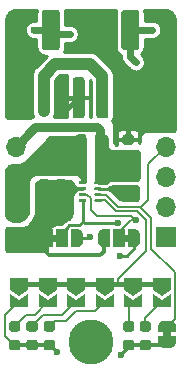
<source format=gtl>
G04 #@! TF.GenerationSoftware,KiCad,Pcbnew,(5.1.4)-1*
G04 #@! TF.CreationDate,2019-11-18T19:24:08+01:00*
G04 #@! TF.ProjectId,olmBoard-v1,6f6c6d42-6f61-4726-942d-76312e6b6963,0.1*
G04 #@! TF.SameCoordinates,Original*
G04 #@! TF.FileFunction,Copper,L1,Top*
G04 #@! TF.FilePolarity,Positive*
%FSLAX46Y46*%
G04 Gerber Fmt 4.6, Leading zero omitted, Abs format (unit mm)*
G04 Created by KiCad (PCBNEW (5.1.4)-1) date 2019-11-18 19:24:08*
%MOMM*%
%LPD*%
G04 APERTURE LIST*
%ADD10C,0.100000*%
%ADD11C,0.875000*%
%ADD12C,3.800000*%
%ADD13C,1.000000*%
%ADD14C,1.500000*%
%ADD15R,1.700000X1.700000*%
%ADD16O,1.700000X1.700000*%
%ADD17C,0.500000*%
%ADD18R,1.000000X1.500000*%
%ADD19C,0.300000*%
%ADD20C,0.620000*%
%ADD21C,0.250000*%
%ADD22C,0.600000*%
%ADD23C,0.900000*%
%ADD24C,0.600000*%
%ADD25C,0.300000*%
%ADD26C,1.000000*%
%ADD27C,0.500000*%
%ADD28C,0.200000*%
%ADD29C,0.250000*%
%ADD30C,0.400000*%
%ADD31C,0.800000*%
%ADD32C,0.254000*%
G04 APERTURE END LIST*
D10*
G36*
X154167000Y-105237000D02*
G01*
X154667000Y-105237000D01*
X154667000Y-105837000D01*
X154167000Y-105837000D01*
X154167000Y-105237000D01*
G37*
G36*
X160793000Y-105837000D02*
G01*
X160293000Y-105837000D01*
X160293000Y-105237000D01*
X160793000Y-105237000D01*
X160793000Y-105837000D01*
G37*
G36*
X164257000Y-113915000D02*
G01*
X164257000Y-113415000D01*
X163657000Y-113415000D01*
X163657000Y-113915000D01*
X164257000Y-113915000D01*
G37*
G36*
X153820691Y-100554053D02*
G01*
X153841926Y-100557203D01*
X153862750Y-100562419D01*
X153882962Y-100569651D01*
X153902368Y-100578830D01*
X153920781Y-100589866D01*
X153938024Y-100602654D01*
X153953930Y-100617070D01*
X153968346Y-100632976D01*
X153981134Y-100650219D01*
X153992170Y-100668632D01*
X154001349Y-100688038D01*
X154008581Y-100708250D01*
X154013797Y-100729074D01*
X154016947Y-100750309D01*
X154018000Y-100771750D01*
X154018000Y-101209250D01*
X154016947Y-101230691D01*
X154013797Y-101251926D01*
X154008581Y-101272750D01*
X154001349Y-101292962D01*
X153992170Y-101312368D01*
X153981134Y-101330781D01*
X153968346Y-101348024D01*
X153953930Y-101363930D01*
X153938024Y-101378346D01*
X153920781Y-101391134D01*
X153902368Y-101402170D01*
X153882962Y-101411349D01*
X153862750Y-101418581D01*
X153841926Y-101423797D01*
X153820691Y-101426947D01*
X153799250Y-101428000D01*
X153286750Y-101428000D01*
X153265309Y-101426947D01*
X153244074Y-101423797D01*
X153223250Y-101418581D01*
X153203038Y-101411349D01*
X153183632Y-101402170D01*
X153165219Y-101391134D01*
X153147976Y-101378346D01*
X153132070Y-101363930D01*
X153117654Y-101348024D01*
X153104866Y-101330781D01*
X153093830Y-101312368D01*
X153084651Y-101292962D01*
X153077419Y-101272750D01*
X153072203Y-101251926D01*
X153069053Y-101230691D01*
X153068000Y-101209250D01*
X153068000Y-100771750D01*
X153069053Y-100750309D01*
X153072203Y-100729074D01*
X153077419Y-100708250D01*
X153084651Y-100688038D01*
X153093830Y-100668632D01*
X153104866Y-100650219D01*
X153117654Y-100632976D01*
X153132070Y-100617070D01*
X153147976Y-100602654D01*
X153165219Y-100589866D01*
X153183632Y-100578830D01*
X153203038Y-100569651D01*
X153223250Y-100562419D01*
X153244074Y-100557203D01*
X153265309Y-100554053D01*
X153286750Y-100553000D01*
X153799250Y-100553000D01*
X153820691Y-100554053D01*
X153820691Y-100554053D01*
G37*
D11*
X153543000Y-100990500D03*
D10*
G36*
X153820691Y-98979053D02*
G01*
X153841926Y-98982203D01*
X153862750Y-98987419D01*
X153882962Y-98994651D01*
X153902368Y-99003830D01*
X153920781Y-99014866D01*
X153938024Y-99027654D01*
X153953930Y-99042070D01*
X153968346Y-99057976D01*
X153981134Y-99075219D01*
X153992170Y-99093632D01*
X154001349Y-99113038D01*
X154008581Y-99133250D01*
X154013797Y-99154074D01*
X154016947Y-99175309D01*
X154018000Y-99196750D01*
X154018000Y-99634250D01*
X154016947Y-99655691D01*
X154013797Y-99676926D01*
X154008581Y-99697750D01*
X154001349Y-99717962D01*
X153992170Y-99737368D01*
X153981134Y-99755781D01*
X153968346Y-99773024D01*
X153953930Y-99788930D01*
X153938024Y-99803346D01*
X153920781Y-99816134D01*
X153902368Y-99827170D01*
X153882962Y-99836349D01*
X153862750Y-99843581D01*
X153841926Y-99848797D01*
X153820691Y-99851947D01*
X153799250Y-99853000D01*
X153286750Y-99853000D01*
X153265309Y-99851947D01*
X153244074Y-99848797D01*
X153223250Y-99843581D01*
X153203038Y-99836349D01*
X153183632Y-99827170D01*
X153165219Y-99816134D01*
X153147976Y-99803346D01*
X153132070Y-99788930D01*
X153117654Y-99773024D01*
X153104866Y-99755781D01*
X153093830Y-99737368D01*
X153084651Y-99717962D01*
X153077419Y-99697750D01*
X153072203Y-99676926D01*
X153069053Y-99655691D01*
X153068000Y-99634250D01*
X153068000Y-99196750D01*
X153069053Y-99175309D01*
X153072203Y-99154074D01*
X153077419Y-99133250D01*
X153084651Y-99113038D01*
X153093830Y-99093632D01*
X153104866Y-99075219D01*
X153117654Y-99057976D01*
X153132070Y-99042070D01*
X153147976Y-99027654D01*
X153165219Y-99014866D01*
X153183632Y-99003830D01*
X153203038Y-98994651D01*
X153223250Y-98987419D01*
X153244074Y-98982203D01*
X153265309Y-98979053D01*
X153286750Y-98978000D01*
X153799250Y-98978000D01*
X153820691Y-98979053D01*
X153820691Y-98979053D01*
G37*
D11*
X153543000Y-99415500D03*
D10*
G36*
X155217691Y-100554053D02*
G01*
X155238926Y-100557203D01*
X155259750Y-100562419D01*
X155279962Y-100569651D01*
X155299368Y-100578830D01*
X155317781Y-100589866D01*
X155335024Y-100602654D01*
X155350930Y-100617070D01*
X155365346Y-100632976D01*
X155378134Y-100650219D01*
X155389170Y-100668632D01*
X155398349Y-100688038D01*
X155405581Y-100708250D01*
X155410797Y-100729074D01*
X155413947Y-100750309D01*
X155415000Y-100771750D01*
X155415000Y-101209250D01*
X155413947Y-101230691D01*
X155410797Y-101251926D01*
X155405581Y-101272750D01*
X155398349Y-101292962D01*
X155389170Y-101312368D01*
X155378134Y-101330781D01*
X155365346Y-101348024D01*
X155350930Y-101363930D01*
X155335024Y-101378346D01*
X155317781Y-101391134D01*
X155299368Y-101402170D01*
X155279962Y-101411349D01*
X155259750Y-101418581D01*
X155238926Y-101423797D01*
X155217691Y-101426947D01*
X155196250Y-101428000D01*
X154683750Y-101428000D01*
X154662309Y-101426947D01*
X154641074Y-101423797D01*
X154620250Y-101418581D01*
X154600038Y-101411349D01*
X154580632Y-101402170D01*
X154562219Y-101391134D01*
X154544976Y-101378346D01*
X154529070Y-101363930D01*
X154514654Y-101348024D01*
X154501866Y-101330781D01*
X154490830Y-101312368D01*
X154481651Y-101292962D01*
X154474419Y-101272750D01*
X154469203Y-101251926D01*
X154466053Y-101230691D01*
X154465000Y-101209250D01*
X154465000Y-100771750D01*
X154466053Y-100750309D01*
X154469203Y-100729074D01*
X154474419Y-100708250D01*
X154481651Y-100688038D01*
X154490830Y-100668632D01*
X154501866Y-100650219D01*
X154514654Y-100632976D01*
X154529070Y-100617070D01*
X154544976Y-100602654D01*
X154562219Y-100589866D01*
X154580632Y-100578830D01*
X154600038Y-100569651D01*
X154620250Y-100562419D01*
X154641074Y-100557203D01*
X154662309Y-100554053D01*
X154683750Y-100553000D01*
X155196250Y-100553000D01*
X155217691Y-100554053D01*
X155217691Y-100554053D01*
G37*
D11*
X154940000Y-100990500D03*
D10*
G36*
X155217691Y-98979053D02*
G01*
X155238926Y-98982203D01*
X155259750Y-98987419D01*
X155279962Y-98994651D01*
X155299368Y-99003830D01*
X155317781Y-99014866D01*
X155335024Y-99027654D01*
X155350930Y-99042070D01*
X155365346Y-99057976D01*
X155378134Y-99075219D01*
X155389170Y-99093632D01*
X155398349Y-99113038D01*
X155405581Y-99133250D01*
X155410797Y-99154074D01*
X155413947Y-99175309D01*
X155415000Y-99196750D01*
X155415000Y-99634250D01*
X155413947Y-99655691D01*
X155410797Y-99676926D01*
X155405581Y-99697750D01*
X155398349Y-99717962D01*
X155389170Y-99737368D01*
X155378134Y-99755781D01*
X155365346Y-99773024D01*
X155350930Y-99788930D01*
X155335024Y-99803346D01*
X155317781Y-99816134D01*
X155299368Y-99827170D01*
X155279962Y-99836349D01*
X155259750Y-99843581D01*
X155238926Y-99848797D01*
X155217691Y-99851947D01*
X155196250Y-99853000D01*
X154683750Y-99853000D01*
X154662309Y-99851947D01*
X154641074Y-99848797D01*
X154620250Y-99843581D01*
X154600038Y-99836349D01*
X154580632Y-99827170D01*
X154562219Y-99816134D01*
X154544976Y-99803346D01*
X154529070Y-99788930D01*
X154514654Y-99773024D01*
X154501866Y-99755781D01*
X154490830Y-99737368D01*
X154481651Y-99717962D01*
X154474419Y-99697750D01*
X154469203Y-99676926D01*
X154466053Y-99655691D01*
X154465000Y-99634250D01*
X154465000Y-99196750D01*
X154466053Y-99175309D01*
X154469203Y-99154074D01*
X154474419Y-99133250D01*
X154481651Y-99113038D01*
X154490830Y-99093632D01*
X154501866Y-99075219D01*
X154514654Y-99057976D01*
X154529070Y-99042070D01*
X154544976Y-99027654D01*
X154562219Y-99014866D01*
X154580632Y-99003830D01*
X154600038Y-98994651D01*
X154620250Y-98987419D01*
X154641074Y-98982203D01*
X154662309Y-98979053D01*
X154683750Y-98978000D01*
X155196250Y-98978000D01*
X155217691Y-98979053D01*
X155217691Y-98979053D01*
G37*
D11*
X154940000Y-99415500D03*
D10*
G36*
X156932691Y-98141553D02*
G01*
X156953926Y-98144703D01*
X156974750Y-98149919D01*
X156994962Y-98157151D01*
X157014368Y-98166330D01*
X157032781Y-98177366D01*
X157050024Y-98190154D01*
X157065930Y-98204570D01*
X157080346Y-98220476D01*
X157093134Y-98237719D01*
X157104170Y-98256132D01*
X157113349Y-98275538D01*
X157120581Y-98295750D01*
X157125797Y-98316574D01*
X157128947Y-98337809D01*
X157130000Y-98359250D01*
X157130000Y-98871750D01*
X157128947Y-98893191D01*
X157125797Y-98914426D01*
X157120581Y-98935250D01*
X157113349Y-98955462D01*
X157104170Y-98974868D01*
X157093134Y-98993281D01*
X157080346Y-99010524D01*
X157065930Y-99026430D01*
X157050024Y-99040846D01*
X157032781Y-99053634D01*
X157014368Y-99064670D01*
X156994962Y-99073849D01*
X156974750Y-99081081D01*
X156953926Y-99086297D01*
X156932691Y-99089447D01*
X156911250Y-99090500D01*
X156473750Y-99090500D01*
X156452309Y-99089447D01*
X156431074Y-99086297D01*
X156410250Y-99081081D01*
X156390038Y-99073849D01*
X156370632Y-99064670D01*
X156352219Y-99053634D01*
X156334976Y-99040846D01*
X156319070Y-99026430D01*
X156304654Y-99010524D01*
X156291866Y-98993281D01*
X156280830Y-98974868D01*
X156271651Y-98955462D01*
X156264419Y-98935250D01*
X156259203Y-98914426D01*
X156256053Y-98893191D01*
X156255000Y-98871750D01*
X156255000Y-98359250D01*
X156256053Y-98337809D01*
X156259203Y-98316574D01*
X156264419Y-98295750D01*
X156271651Y-98275538D01*
X156280830Y-98256132D01*
X156291866Y-98237719D01*
X156304654Y-98220476D01*
X156319070Y-98204570D01*
X156334976Y-98190154D01*
X156352219Y-98177366D01*
X156370632Y-98166330D01*
X156390038Y-98157151D01*
X156410250Y-98149919D01*
X156431074Y-98144703D01*
X156452309Y-98141553D01*
X156473750Y-98140500D01*
X156911250Y-98140500D01*
X156932691Y-98141553D01*
X156932691Y-98141553D01*
G37*
D11*
X156692500Y-98615500D03*
D10*
G36*
X158507691Y-98141553D02*
G01*
X158528926Y-98144703D01*
X158549750Y-98149919D01*
X158569962Y-98157151D01*
X158589368Y-98166330D01*
X158607781Y-98177366D01*
X158625024Y-98190154D01*
X158640930Y-98204570D01*
X158655346Y-98220476D01*
X158668134Y-98237719D01*
X158679170Y-98256132D01*
X158688349Y-98275538D01*
X158695581Y-98295750D01*
X158700797Y-98316574D01*
X158703947Y-98337809D01*
X158705000Y-98359250D01*
X158705000Y-98871750D01*
X158703947Y-98893191D01*
X158700797Y-98914426D01*
X158695581Y-98935250D01*
X158688349Y-98955462D01*
X158679170Y-98974868D01*
X158668134Y-98993281D01*
X158655346Y-99010524D01*
X158640930Y-99026430D01*
X158625024Y-99040846D01*
X158607781Y-99053634D01*
X158589368Y-99064670D01*
X158569962Y-99073849D01*
X158549750Y-99081081D01*
X158528926Y-99086297D01*
X158507691Y-99089447D01*
X158486250Y-99090500D01*
X158048750Y-99090500D01*
X158027309Y-99089447D01*
X158006074Y-99086297D01*
X157985250Y-99081081D01*
X157965038Y-99073849D01*
X157945632Y-99064670D01*
X157927219Y-99053634D01*
X157909976Y-99040846D01*
X157894070Y-99026430D01*
X157879654Y-99010524D01*
X157866866Y-98993281D01*
X157855830Y-98974868D01*
X157846651Y-98955462D01*
X157839419Y-98935250D01*
X157834203Y-98914426D01*
X157831053Y-98893191D01*
X157830000Y-98871750D01*
X157830000Y-98359250D01*
X157831053Y-98337809D01*
X157834203Y-98316574D01*
X157839419Y-98295750D01*
X157846651Y-98275538D01*
X157855830Y-98256132D01*
X157866866Y-98237719D01*
X157879654Y-98220476D01*
X157894070Y-98204570D01*
X157909976Y-98190154D01*
X157927219Y-98177366D01*
X157945632Y-98166330D01*
X157965038Y-98157151D01*
X157985250Y-98149919D01*
X158006074Y-98144703D01*
X158027309Y-98141553D01*
X158048750Y-98140500D01*
X158486250Y-98140500D01*
X158507691Y-98141553D01*
X158507691Y-98141553D01*
G37*
D11*
X158267500Y-98615500D03*
D10*
G36*
X158507691Y-96744553D02*
G01*
X158528926Y-96747703D01*
X158549750Y-96752919D01*
X158569962Y-96760151D01*
X158589368Y-96769330D01*
X158607781Y-96780366D01*
X158625024Y-96793154D01*
X158640930Y-96807570D01*
X158655346Y-96823476D01*
X158668134Y-96840719D01*
X158679170Y-96859132D01*
X158688349Y-96878538D01*
X158695581Y-96898750D01*
X158700797Y-96919574D01*
X158703947Y-96940809D01*
X158705000Y-96962250D01*
X158705000Y-97474750D01*
X158703947Y-97496191D01*
X158700797Y-97517426D01*
X158695581Y-97538250D01*
X158688349Y-97558462D01*
X158679170Y-97577868D01*
X158668134Y-97596281D01*
X158655346Y-97613524D01*
X158640930Y-97629430D01*
X158625024Y-97643846D01*
X158607781Y-97656634D01*
X158589368Y-97667670D01*
X158569962Y-97676849D01*
X158549750Y-97684081D01*
X158528926Y-97689297D01*
X158507691Y-97692447D01*
X158486250Y-97693500D01*
X158048750Y-97693500D01*
X158027309Y-97692447D01*
X158006074Y-97689297D01*
X157985250Y-97684081D01*
X157965038Y-97676849D01*
X157945632Y-97667670D01*
X157927219Y-97656634D01*
X157909976Y-97643846D01*
X157894070Y-97629430D01*
X157879654Y-97613524D01*
X157866866Y-97596281D01*
X157855830Y-97577868D01*
X157846651Y-97558462D01*
X157839419Y-97538250D01*
X157834203Y-97517426D01*
X157831053Y-97496191D01*
X157830000Y-97474750D01*
X157830000Y-96962250D01*
X157831053Y-96940809D01*
X157834203Y-96919574D01*
X157839419Y-96898750D01*
X157846651Y-96878538D01*
X157855830Y-96859132D01*
X157866866Y-96840719D01*
X157879654Y-96823476D01*
X157894070Y-96807570D01*
X157909976Y-96793154D01*
X157927219Y-96780366D01*
X157945632Y-96769330D01*
X157965038Y-96760151D01*
X157985250Y-96752919D01*
X158006074Y-96747703D01*
X158027309Y-96744553D01*
X158048750Y-96743500D01*
X158486250Y-96743500D01*
X158507691Y-96744553D01*
X158507691Y-96744553D01*
G37*
D11*
X158267500Y-97218500D03*
D10*
G36*
X156932691Y-96744553D02*
G01*
X156953926Y-96747703D01*
X156974750Y-96752919D01*
X156994962Y-96760151D01*
X157014368Y-96769330D01*
X157032781Y-96780366D01*
X157050024Y-96793154D01*
X157065930Y-96807570D01*
X157080346Y-96823476D01*
X157093134Y-96840719D01*
X157104170Y-96859132D01*
X157113349Y-96878538D01*
X157120581Y-96898750D01*
X157125797Y-96919574D01*
X157128947Y-96940809D01*
X157130000Y-96962250D01*
X157130000Y-97474750D01*
X157128947Y-97496191D01*
X157125797Y-97517426D01*
X157120581Y-97538250D01*
X157113349Y-97558462D01*
X157104170Y-97577868D01*
X157093134Y-97596281D01*
X157080346Y-97613524D01*
X157065930Y-97629430D01*
X157050024Y-97643846D01*
X157032781Y-97656634D01*
X157014368Y-97667670D01*
X156994962Y-97676849D01*
X156974750Y-97684081D01*
X156953926Y-97689297D01*
X156932691Y-97692447D01*
X156911250Y-97693500D01*
X156473750Y-97693500D01*
X156452309Y-97692447D01*
X156431074Y-97689297D01*
X156410250Y-97684081D01*
X156390038Y-97676849D01*
X156370632Y-97667670D01*
X156352219Y-97656634D01*
X156334976Y-97643846D01*
X156319070Y-97629430D01*
X156304654Y-97613524D01*
X156291866Y-97596281D01*
X156280830Y-97577868D01*
X156271651Y-97558462D01*
X156264419Y-97538250D01*
X156259203Y-97517426D01*
X156256053Y-97496191D01*
X156255000Y-97474750D01*
X156255000Y-96962250D01*
X156256053Y-96940809D01*
X156259203Y-96919574D01*
X156264419Y-96898750D01*
X156271651Y-96878538D01*
X156280830Y-96859132D01*
X156291866Y-96840719D01*
X156304654Y-96823476D01*
X156319070Y-96807570D01*
X156334976Y-96793154D01*
X156352219Y-96780366D01*
X156370632Y-96769330D01*
X156390038Y-96760151D01*
X156410250Y-96752919D01*
X156431074Y-96747703D01*
X156452309Y-96744553D01*
X156473750Y-96743500D01*
X156911250Y-96743500D01*
X156932691Y-96744553D01*
X156932691Y-96744553D01*
G37*
D11*
X156692500Y-97218500D03*
D10*
G36*
X160932691Y-96756553D02*
G01*
X160953926Y-96759703D01*
X160974750Y-96764919D01*
X160994962Y-96772151D01*
X161014368Y-96781330D01*
X161032781Y-96792366D01*
X161050024Y-96805154D01*
X161065930Y-96819570D01*
X161080346Y-96835476D01*
X161093134Y-96852719D01*
X161104170Y-96871132D01*
X161113349Y-96890538D01*
X161120581Y-96910750D01*
X161125797Y-96931574D01*
X161128947Y-96952809D01*
X161130000Y-96974250D01*
X161130000Y-97411750D01*
X161128947Y-97433191D01*
X161125797Y-97454426D01*
X161120581Y-97475250D01*
X161113349Y-97495462D01*
X161104170Y-97514868D01*
X161093134Y-97533281D01*
X161080346Y-97550524D01*
X161065930Y-97566430D01*
X161050024Y-97580846D01*
X161032781Y-97593634D01*
X161014368Y-97604670D01*
X160994962Y-97613849D01*
X160974750Y-97621081D01*
X160953926Y-97626297D01*
X160932691Y-97629447D01*
X160911250Y-97630500D01*
X160398750Y-97630500D01*
X160377309Y-97629447D01*
X160356074Y-97626297D01*
X160335250Y-97621081D01*
X160315038Y-97613849D01*
X160295632Y-97604670D01*
X160277219Y-97593634D01*
X160259976Y-97580846D01*
X160244070Y-97566430D01*
X160229654Y-97550524D01*
X160216866Y-97533281D01*
X160205830Y-97514868D01*
X160196651Y-97495462D01*
X160189419Y-97475250D01*
X160184203Y-97454426D01*
X160181053Y-97433191D01*
X160180000Y-97411750D01*
X160180000Y-96974250D01*
X160181053Y-96952809D01*
X160184203Y-96931574D01*
X160189419Y-96910750D01*
X160196651Y-96890538D01*
X160205830Y-96871132D01*
X160216866Y-96852719D01*
X160229654Y-96835476D01*
X160244070Y-96819570D01*
X160259976Y-96805154D01*
X160277219Y-96792366D01*
X160295632Y-96781330D01*
X160315038Y-96772151D01*
X160335250Y-96764919D01*
X160356074Y-96759703D01*
X160377309Y-96756553D01*
X160398750Y-96755500D01*
X160911250Y-96755500D01*
X160932691Y-96756553D01*
X160932691Y-96756553D01*
G37*
D11*
X160655000Y-97193000D03*
D10*
G36*
X160932691Y-98331553D02*
G01*
X160953926Y-98334703D01*
X160974750Y-98339919D01*
X160994962Y-98347151D01*
X161014368Y-98356330D01*
X161032781Y-98367366D01*
X161050024Y-98380154D01*
X161065930Y-98394570D01*
X161080346Y-98410476D01*
X161093134Y-98427719D01*
X161104170Y-98446132D01*
X161113349Y-98465538D01*
X161120581Y-98485750D01*
X161125797Y-98506574D01*
X161128947Y-98527809D01*
X161130000Y-98549250D01*
X161130000Y-98986750D01*
X161128947Y-99008191D01*
X161125797Y-99029426D01*
X161120581Y-99050250D01*
X161113349Y-99070462D01*
X161104170Y-99089868D01*
X161093134Y-99108281D01*
X161080346Y-99125524D01*
X161065930Y-99141430D01*
X161050024Y-99155846D01*
X161032781Y-99168634D01*
X161014368Y-99179670D01*
X160994962Y-99188849D01*
X160974750Y-99196081D01*
X160953926Y-99201297D01*
X160932691Y-99204447D01*
X160911250Y-99205500D01*
X160398750Y-99205500D01*
X160377309Y-99204447D01*
X160356074Y-99201297D01*
X160335250Y-99196081D01*
X160315038Y-99188849D01*
X160295632Y-99179670D01*
X160277219Y-99168634D01*
X160259976Y-99155846D01*
X160244070Y-99141430D01*
X160229654Y-99125524D01*
X160216866Y-99108281D01*
X160205830Y-99089868D01*
X160196651Y-99070462D01*
X160189419Y-99050250D01*
X160184203Y-99029426D01*
X160181053Y-99008191D01*
X160180000Y-98986750D01*
X160180000Y-98549250D01*
X160181053Y-98527809D01*
X160184203Y-98506574D01*
X160189419Y-98485750D01*
X160196651Y-98465538D01*
X160205830Y-98446132D01*
X160216866Y-98427719D01*
X160229654Y-98410476D01*
X160244070Y-98394570D01*
X160259976Y-98380154D01*
X160277219Y-98367366D01*
X160295632Y-98356330D01*
X160315038Y-98347151D01*
X160335250Y-98339919D01*
X160356074Y-98334703D01*
X160377309Y-98331553D01*
X160398750Y-98330500D01*
X160911250Y-98330500D01*
X160932691Y-98331553D01*
X160932691Y-98331553D01*
G37*
D11*
X160655000Y-98768000D03*
D12*
X157480000Y-114300000D03*
D10*
G36*
X158754504Y-91906204D02*
G01*
X158778773Y-91909804D01*
X158802571Y-91915765D01*
X158825671Y-91924030D01*
X158847849Y-91934520D01*
X158868893Y-91947133D01*
X158888598Y-91961747D01*
X158906777Y-91978223D01*
X158923253Y-91996402D01*
X158937867Y-92016107D01*
X158950480Y-92037151D01*
X158960970Y-92059329D01*
X158969235Y-92082429D01*
X158975196Y-92106227D01*
X158978796Y-92130496D01*
X158980000Y-92155000D01*
X158980000Y-95155000D01*
X158978796Y-95179504D01*
X158975196Y-95203773D01*
X158969235Y-95227571D01*
X158960970Y-95250671D01*
X158950480Y-95272849D01*
X158937867Y-95293893D01*
X158923253Y-95313598D01*
X158906777Y-95331777D01*
X158888598Y-95348253D01*
X158868893Y-95362867D01*
X158847849Y-95375480D01*
X158825671Y-95385970D01*
X158802571Y-95394235D01*
X158778773Y-95400196D01*
X158754504Y-95403796D01*
X158730000Y-95405000D01*
X158230000Y-95405000D01*
X158205496Y-95403796D01*
X158181227Y-95400196D01*
X158157429Y-95394235D01*
X158134329Y-95385970D01*
X158112151Y-95375480D01*
X158091107Y-95362867D01*
X158071402Y-95348253D01*
X158053223Y-95331777D01*
X158036747Y-95313598D01*
X158022133Y-95293893D01*
X158009520Y-95272849D01*
X157999030Y-95250671D01*
X157990765Y-95227571D01*
X157984804Y-95203773D01*
X157981204Y-95179504D01*
X157980000Y-95155000D01*
X157980000Y-92155000D01*
X157981204Y-92130496D01*
X157984804Y-92106227D01*
X157990765Y-92082429D01*
X157999030Y-92059329D01*
X158009520Y-92037151D01*
X158022133Y-92016107D01*
X158036747Y-91996402D01*
X158053223Y-91978223D01*
X158071402Y-91961747D01*
X158091107Y-91947133D01*
X158112151Y-91934520D01*
X158134329Y-91924030D01*
X158157429Y-91915765D01*
X158181227Y-91909804D01*
X158205496Y-91906204D01*
X158230000Y-91905000D01*
X158730000Y-91905000D01*
X158754504Y-91906204D01*
X158754504Y-91906204D01*
G37*
D13*
X158480000Y-93655000D03*
D10*
G36*
X156754504Y-91906204D02*
G01*
X156778773Y-91909804D01*
X156802571Y-91915765D01*
X156825671Y-91924030D01*
X156847849Y-91934520D01*
X156868893Y-91947133D01*
X156888598Y-91961747D01*
X156906777Y-91978223D01*
X156923253Y-91996402D01*
X156937867Y-92016107D01*
X156950480Y-92037151D01*
X156960970Y-92059329D01*
X156969235Y-92082429D01*
X156975196Y-92106227D01*
X156978796Y-92130496D01*
X156980000Y-92155000D01*
X156980000Y-95155000D01*
X156978796Y-95179504D01*
X156975196Y-95203773D01*
X156969235Y-95227571D01*
X156960970Y-95250671D01*
X156950480Y-95272849D01*
X156937867Y-95293893D01*
X156923253Y-95313598D01*
X156906777Y-95331777D01*
X156888598Y-95348253D01*
X156868893Y-95362867D01*
X156847849Y-95375480D01*
X156825671Y-95385970D01*
X156802571Y-95394235D01*
X156778773Y-95400196D01*
X156754504Y-95403796D01*
X156730000Y-95405000D01*
X156230000Y-95405000D01*
X156205496Y-95403796D01*
X156181227Y-95400196D01*
X156157429Y-95394235D01*
X156134329Y-95385970D01*
X156112151Y-95375480D01*
X156091107Y-95362867D01*
X156071402Y-95348253D01*
X156053223Y-95331777D01*
X156036747Y-95313598D01*
X156022133Y-95293893D01*
X156009520Y-95272849D01*
X155999030Y-95250671D01*
X155990765Y-95227571D01*
X155984804Y-95203773D01*
X155981204Y-95179504D01*
X155980000Y-95155000D01*
X155980000Y-92155000D01*
X155981204Y-92130496D01*
X155984804Y-92106227D01*
X155990765Y-92082429D01*
X155999030Y-92059329D01*
X156009520Y-92037151D01*
X156022133Y-92016107D01*
X156036747Y-91996402D01*
X156053223Y-91978223D01*
X156071402Y-91961747D01*
X156091107Y-91947133D01*
X156112151Y-91934520D01*
X156134329Y-91924030D01*
X156157429Y-91915765D01*
X156181227Y-91909804D01*
X156205496Y-91906204D01*
X156230000Y-91905000D01*
X156730000Y-91905000D01*
X156754504Y-91906204D01*
X156754504Y-91906204D01*
G37*
D13*
X156480000Y-93655000D03*
D10*
G36*
X161354504Y-86206204D02*
G01*
X161378773Y-86209804D01*
X161402571Y-86215765D01*
X161425671Y-86224030D01*
X161447849Y-86234520D01*
X161468893Y-86247133D01*
X161488598Y-86261747D01*
X161506777Y-86278223D01*
X161523253Y-86296402D01*
X161537867Y-86316107D01*
X161550480Y-86337151D01*
X161560970Y-86359329D01*
X161569235Y-86382429D01*
X161575196Y-86406227D01*
X161578796Y-86430496D01*
X161580000Y-86455000D01*
X161580000Y-89355000D01*
X161578796Y-89379504D01*
X161575196Y-89403773D01*
X161569235Y-89427571D01*
X161560970Y-89450671D01*
X161550480Y-89472849D01*
X161537867Y-89493893D01*
X161523253Y-89513598D01*
X161506777Y-89531777D01*
X161488598Y-89548253D01*
X161468893Y-89562867D01*
X161447849Y-89575480D01*
X161425671Y-89585970D01*
X161402571Y-89594235D01*
X161378773Y-89600196D01*
X161354504Y-89603796D01*
X161330000Y-89605000D01*
X160330000Y-89605000D01*
X160305496Y-89603796D01*
X160281227Y-89600196D01*
X160257429Y-89594235D01*
X160234329Y-89585970D01*
X160212151Y-89575480D01*
X160191107Y-89562867D01*
X160171402Y-89548253D01*
X160153223Y-89531777D01*
X160136747Y-89513598D01*
X160122133Y-89493893D01*
X160109520Y-89472849D01*
X160099030Y-89450671D01*
X160090765Y-89427571D01*
X160084804Y-89403773D01*
X160081204Y-89379504D01*
X160080000Y-89355000D01*
X160080000Y-86455000D01*
X160081204Y-86430496D01*
X160084804Y-86406227D01*
X160090765Y-86382429D01*
X160099030Y-86359329D01*
X160109520Y-86337151D01*
X160122133Y-86316107D01*
X160136747Y-86296402D01*
X160153223Y-86278223D01*
X160171402Y-86261747D01*
X160191107Y-86247133D01*
X160212151Y-86234520D01*
X160234329Y-86224030D01*
X160257429Y-86215765D01*
X160281227Y-86209804D01*
X160305496Y-86206204D01*
X160330000Y-86205000D01*
X161330000Y-86205000D01*
X161354504Y-86206204D01*
X161354504Y-86206204D01*
G37*
D14*
X160830000Y-87905000D03*
D10*
G36*
X154654504Y-86206204D02*
G01*
X154678773Y-86209804D01*
X154702571Y-86215765D01*
X154725671Y-86224030D01*
X154747849Y-86234520D01*
X154768893Y-86247133D01*
X154788598Y-86261747D01*
X154806777Y-86278223D01*
X154823253Y-86296402D01*
X154837867Y-86316107D01*
X154850480Y-86337151D01*
X154860970Y-86359329D01*
X154869235Y-86382429D01*
X154875196Y-86406227D01*
X154878796Y-86430496D01*
X154880000Y-86455000D01*
X154880000Y-89355000D01*
X154878796Y-89379504D01*
X154875196Y-89403773D01*
X154869235Y-89427571D01*
X154860970Y-89450671D01*
X154850480Y-89472849D01*
X154837867Y-89493893D01*
X154823253Y-89513598D01*
X154806777Y-89531777D01*
X154788598Y-89548253D01*
X154768893Y-89562867D01*
X154747849Y-89575480D01*
X154725671Y-89585970D01*
X154702571Y-89594235D01*
X154678773Y-89600196D01*
X154654504Y-89603796D01*
X154630000Y-89605000D01*
X153630000Y-89605000D01*
X153605496Y-89603796D01*
X153581227Y-89600196D01*
X153557429Y-89594235D01*
X153534329Y-89585970D01*
X153512151Y-89575480D01*
X153491107Y-89562867D01*
X153471402Y-89548253D01*
X153453223Y-89531777D01*
X153436747Y-89513598D01*
X153422133Y-89493893D01*
X153409520Y-89472849D01*
X153399030Y-89450671D01*
X153390765Y-89427571D01*
X153384804Y-89403773D01*
X153381204Y-89379504D01*
X153380000Y-89355000D01*
X153380000Y-86455000D01*
X153381204Y-86430496D01*
X153384804Y-86406227D01*
X153390765Y-86382429D01*
X153399030Y-86359329D01*
X153409520Y-86337151D01*
X153422133Y-86316107D01*
X153436747Y-86296402D01*
X153453223Y-86278223D01*
X153471402Y-86261747D01*
X153491107Y-86247133D01*
X153512151Y-86234520D01*
X153534329Y-86224030D01*
X153557429Y-86215765D01*
X153581227Y-86209804D01*
X153605496Y-86206204D01*
X153630000Y-86205000D01*
X154630000Y-86205000D01*
X154654504Y-86206204D01*
X154654504Y-86206204D01*
G37*
D14*
X154130000Y-87905000D03*
D15*
X151130000Y-105410000D03*
D16*
X151130000Y-102870000D03*
X151130000Y-100330000D03*
X151130000Y-97790000D03*
X163830000Y-97790000D03*
X163830000Y-100330000D03*
X163830000Y-102870000D03*
D15*
X163830000Y-105410000D03*
D17*
X156367000Y-105537000D03*
D10*
G36*
X156367000Y-104787602D02*
G01*
X156391534Y-104787602D01*
X156440365Y-104792412D01*
X156488490Y-104801984D01*
X156535445Y-104816228D01*
X156580778Y-104835005D01*
X156624051Y-104858136D01*
X156664850Y-104885396D01*
X156702779Y-104916524D01*
X156737476Y-104951221D01*
X156768604Y-104989150D01*
X156795864Y-105029949D01*
X156818995Y-105073222D01*
X156837772Y-105118555D01*
X156852016Y-105165510D01*
X156861588Y-105213635D01*
X156866398Y-105262466D01*
X156866398Y-105287000D01*
X156867000Y-105287000D01*
X156867000Y-105787000D01*
X156866398Y-105787000D01*
X156866398Y-105811534D01*
X156861588Y-105860365D01*
X156852016Y-105908490D01*
X156837772Y-105955445D01*
X156818995Y-106000778D01*
X156795864Y-106044051D01*
X156768604Y-106084850D01*
X156737476Y-106122779D01*
X156702779Y-106157476D01*
X156664850Y-106188604D01*
X156624051Y-106215864D01*
X156580778Y-106238995D01*
X156535445Y-106257772D01*
X156488490Y-106272016D01*
X156440365Y-106281588D01*
X156391534Y-106286398D01*
X156367000Y-106286398D01*
X156367000Y-106287000D01*
X155817000Y-106287000D01*
X155817000Y-104787000D01*
X156367000Y-104787000D01*
X156367000Y-104787602D01*
X156367000Y-104787602D01*
G37*
D18*
X155067000Y-105537000D03*
D17*
X153767000Y-105537000D03*
D10*
G36*
X154317000Y-106287000D02*
G01*
X153767000Y-106287000D01*
X153767000Y-106286398D01*
X153742466Y-106286398D01*
X153693635Y-106281588D01*
X153645510Y-106272016D01*
X153598555Y-106257772D01*
X153553222Y-106238995D01*
X153509949Y-106215864D01*
X153469150Y-106188604D01*
X153431221Y-106157476D01*
X153396524Y-106122779D01*
X153365396Y-106084850D01*
X153338136Y-106044051D01*
X153315005Y-106000778D01*
X153296228Y-105955445D01*
X153281984Y-105908490D01*
X153272412Y-105860365D01*
X153267602Y-105811534D01*
X153267602Y-105787000D01*
X153267000Y-105787000D01*
X153267000Y-105287000D01*
X153267602Y-105287000D01*
X153267602Y-105262466D01*
X153272412Y-105213635D01*
X153281984Y-105165510D01*
X153296228Y-105118555D01*
X153315005Y-105073222D01*
X153338136Y-105029949D01*
X153365396Y-104989150D01*
X153396524Y-104951221D01*
X153431221Y-104916524D01*
X153469150Y-104885396D01*
X153509949Y-104858136D01*
X153553222Y-104835005D01*
X153598555Y-104816228D01*
X153645510Y-104801984D01*
X153693635Y-104792412D01*
X153742466Y-104787602D01*
X153767000Y-104787602D01*
X153767000Y-104787000D01*
X154317000Y-104787000D01*
X154317000Y-106287000D01*
X154317000Y-106287000D01*
G37*
D17*
X161193000Y-105537000D03*
D10*
G36*
X160643000Y-104787000D02*
G01*
X161193000Y-104787000D01*
X161193000Y-104787602D01*
X161217534Y-104787602D01*
X161266365Y-104792412D01*
X161314490Y-104801984D01*
X161361445Y-104816228D01*
X161406778Y-104835005D01*
X161450051Y-104858136D01*
X161490850Y-104885396D01*
X161528779Y-104916524D01*
X161563476Y-104951221D01*
X161594604Y-104989150D01*
X161621864Y-105029949D01*
X161644995Y-105073222D01*
X161663772Y-105118555D01*
X161678016Y-105165510D01*
X161687588Y-105213635D01*
X161692398Y-105262466D01*
X161692398Y-105287000D01*
X161693000Y-105287000D01*
X161693000Y-105787000D01*
X161692398Y-105787000D01*
X161692398Y-105811534D01*
X161687588Y-105860365D01*
X161678016Y-105908490D01*
X161663772Y-105955445D01*
X161644995Y-106000778D01*
X161621864Y-106044051D01*
X161594604Y-106084850D01*
X161563476Y-106122779D01*
X161528779Y-106157476D01*
X161490850Y-106188604D01*
X161450051Y-106215864D01*
X161406778Y-106238995D01*
X161361445Y-106257772D01*
X161314490Y-106272016D01*
X161266365Y-106281588D01*
X161217534Y-106286398D01*
X161193000Y-106286398D01*
X161193000Y-106287000D01*
X160643000Y-106287000D01*
X160643000Y-104787000D01*
X160643000Y-104787000D01*
G37*
D18*
X159893000Y-105537000D03*
D17*
X158593000Y-105537000D03*
D10*
G36*
X158593000Y-106286398D02*
G01*
X158568466Y-106286398D01*
X158519635Y-106281588D01*
X158471510Y-106272016D01*
X158424555Y-106257772D01*
X158379222Y-106238995D01*
X158335949Y-106215864D01*
X158295150Y-106188604D01*
X158257221Y-106157476D01*
X158222524Y-106122779D01*
X158191396Y-106084850D01*
X158164136Y-106044051D01*
X158141005Y-106000778D01*
X158122228Y-105955445D01*
X158107984Y-105908490D01*
X158098412Y-105860365D01*
X158093602Y-105811534D01*
X158093602Y-105787000D01*
X158093000Y-105787000D01*
X158093000Y-105287000D01*
X158093602Y-105287000D01*
X158093602Y-105262466D01*
X158098412Y-105213635D01*
X158107984Y-105165510D01*
X158122228Y-105118555D01*
X158141005Y-105073222D01*
X158164136Y-105029949D01*
X158191396Y-104989150D01*
X158222524Y-104951221D01*
X158257221Y-104916524D01*
X158295150Y-104885396D01*
X158335949Y-104858136D01*
X158379222Y-104835005D01*
X158424555Y-104816228D01*
X158471510Y-104801984D01*
X158519635Y-104792412D01*
X158568466Y-104787602D01*
X158593000Y-104787602D01*
X158593000Y-104787000D01*
X159143000Y-104787000D01*
X159143000Y-106287000D01*
X158593000Y-106287000D01*
X158593000Y-106286398D01*
X158593000Y-106286398D01*
G37*
D17*
X163957000Y-114315000D03*
D10*
G36*
X164706398Y-114315000D02*
G01*
X164706398Y-114339534D01*
X164701588Y-114388365D01*
X164692016Y-114436490D01*
X164677772Y-114483445D01*
X164658995Y-114528778D01*
X164635864Y-114572051D01*
X164608604Y-114612850D01*
X164577476Y-114650779D01*
X164542779Y-114685476D01*
X164504850Y-114716604D01*
X164464051Y-114743864D01*
X164420778Y-114766995D01*
X164375445Y-114785772D01*
X164328490Y-114800016D01*
X164280365Y-114809588D01*
X164231534Y-114814398D01*
X164207000Y-114814398D01*
X164207000Y-114815000D01*
X163707000Y-114815000D01*
X163707000Y-114814398D01*
X163682466Y-114814398D01*
X163633635Y-114809588D01*
X163585510Y-114800016D01*
X163538555Y-114785772D01*
X163493222Y-114766995D01*
X163449949Y-114743864D01*
X163409150Y-114716604D01*
X163371221Y-114685476D01*
X163336524Y-114650779D01*
X163305396Y-114612850D01*
X163278136Y-114572051D01*
X163255005Y-114528778D01*
X163236228Y-114483445D01*
X163221984Y-114436490D01*
X163212412Y-114388365D01*
X163207602Y-114339534D01*
X163207602Y-114315000D01*
X163207000Y-114315000D01*
X163207000Y-113815000D01*
X164707000Y-113815000D01*
X164707000Y-114315000D01*
X164706398Y-114315000D01*
X164706398Y-114315000D01*
G37*
D17*
X163957000Y-113015000D03*
D10*
G36*
X163207000Y-113515000D02*
G01*
X163207000Y-113015000D01*
X163207602Y-113015000D01*
X163207602Y-112990466D01*
X163212412Y-112941635D01*
X163221984Y-112893510D01*
X163236228Y-112846555D01*
X163255005Y-112801222D01*
X163278136Y-112757949D01*
X163305396Y-112717150D01*
X163336524Y-112679221D01*
X163371221Y-112644524D01*
X163409150Y-112613396D01*
X163449949Y-112586136D01*
X163493222Y-112563005D01*
X163538555Y-112544228D01*
X163585510Y-112529984D01*
X163633635Y-112520412D01*
X163682466Y-112515602D01*
X163707000Y-112515602D01*
X163707000Y-112515000D01*
X164207000Y-112515000D01*
X164207000Y-112515602D01*
X164231534Y-112515602D01*
X164280365Y-112520412D01*
X164328490Y-112529984D01*
X164375445Y-112544228D01*
X164420778Y-112563005D01*
X164464051Y-112586136D01*
X164504850Y-112613396D01*
X164542779Y-112644524D01*
X164577476Y-112679221D01*
X164608604Y-112717150D01*
X164635864Y-112757949D01*
X164658995Y-112801222D01*
X164677772Y-112846555D01*
X164692016Y-112893510D01*
X164701588Y-112941635D01*
X164706398Y-112990466D01*
X164706398Y-113015000D01*
X164707000Y-113015000D01*
X164707000Y-113515000D01*
X163207000Y-113515000D01*
X163207000Y-113515000D01*
G37*
D19*
X151447500Y-109447500D03*
D10*
G36*
X151447500Y-110447500D02*
G01*
X150697500Y-109947500D01*
X150697500Y-108947500D01*
X152197500Y-108947500D01*
X152197500Y-109947500D01*
X151447500Y-110447500D01*
X151447500Y-110447500D01*
G37*
D19*
X151447500Y-110897500D03*
D10*
G36*
X150697500Y-111397500D02*
G01*
X150697500Y-110247500D01*
X151447500Y-110747500D01*
X152197500Y-110247500D01*
X152197500Y-111397500D01*
X150697500Y-111397500D01*
X150697500Y-111397500D01*
G37*
D19*
X153860500Y-110897500D03*
D10*
G36*
X153110500Y-111397500D02*
G01*
X153110500Y-110247500D01*
X153860500Y-110747500D01*
X154610500Y-110247500D01*
X154610500Y-111397500D01*
X153110500Y-111397500D01*
X153110500Y-111397500D01*
G37*
D19*
X153860500Y-109447500D03*
D10*
G36*
X153860500Y-110447500D02*
G01*
X153110500Y-109947500D01*
X153110500Y-108947500D01*
X154610500Y-108947500D01*
X154610500Y-109947500D01*
X153860500Y-110447500D01*
X153860500Y-110447500D01*
G37*
D19*
X156273500Y-110897500D03*
D10*
G36*
X155523500Y-111397500D02*
G01*
X155523500Y-110247500D01*
X156273500Y-110747500D01*
X157023500Y-110247500D01*
X157023500Y-111397500D01*
X155523500Y-111397500D01*
X155523500Y-111397500D01*
G37*
D19*
X156273500Y-109447500D03*
D10*
G36*
X156273500Y-110447500D02*
G01*
X155523500Y-109947500D01*
X155523500Y-108947500D01*
X157023500Y-108947500D01*
X157023500Y-109947500D01*
X156273500Y-110447500D01*
X156273500Y-110447500D01*
G37*
D19*
X158686500Y-109447500D03*
D10*
G36*
X158686500Y-110447500D02*
G01*
X157936500Y-109947500D01*
X157936500Y-108947500D01*
X159436500Y-108947500D01*
X159436500Y-109947500D01*
X158686500Y-110447500D01*
X158686500Y-110447500D01*
G37*
D19*
X158686500Y-110897500D03*
D10*
G36*
X157936500Y-111397500D02*
G01*
X157936500Y-110247500D01*
X158686500Y-110747500D01*
X159436500Y-110247500D01*
X159436500Y-111397500D01*
X157936500Y-111397500D01*
X157936500Y-111397500D01*
G37*
D19*
X161099500Y-109447500D03*
D10*
G36*
X161099500Y-110447500D02*
G01*
X160349500Y-109947500D01*
X160349500Y-108947500D01*
X161849500Y-108947500D01*
X161849500Y-109947500D01*
X161099500Y-110447500D01*
X161099500Y-110447500D01*
G37*
D19*
X161099500Y-110897500D03*
D10*
G36*
X160349500Y-111397500D02*
G01*
X160349500Y-110247500D01*
X161099500Y-110747500D01*
X161849500Y-110247500D01*
X161849500Y-111397500D01*
X160349500Y-111397500D01*
X160349500Y-111397500D01*
G37*
D19*
X163512500Y-110897500D03*
D10*
G36*
X162762500Y-111397500D02*
G01*
X162762500Y-110247500D01*
X163512500Y-110747500D01*
X164262500Y-110247500D01*
X164262500Y-111397500D01*
X162762500Y-111397500D01*
X162762500Y-111397500D01*
G37*
D19*
X163512500Y-109447500D03*
D10*
G36*
X163512500Y-110447500D02*
G01*
X162762500Y-109947500D01*
X162762500Y-108947500D01*
X164262500Y-108947500D01*
X164262500Y-109947500D01*
X163512500Y-110447500D01*
X163512500Y-110447500D01*
G37*
G36*
X161325193Y-101720246D02*
G01*
X161340239Y-101722478D01*
X161354994Y-101726174D01*
X161369316Y-101731299D01*
X161383066Y-101737802D01*
X161396113Y-101745622D01*
X161408331Y-101754683D01*
X161419602Y-101764898D01*
X161429817Y-101776169D01*
X161438878Y-101788387D01*
X161446698Y-101801434D01*
X161453201Y-101815184D01*
X161458326Y-101829506D01*
X161462022Y-101844261D01*
X161464254Y-101859307D01*
X161465000Y-101874500D01*
X161465000Y-102184500D01*
X161464254Y-102199693D01*
X161462022Y-102214739D01*
X161458326Y-102229494D01*
X161453201Y-102243816D01*
X161446698Y-102257566D01*
X161438878Y-102270613D01*
X161429817Y-102282831D01*
X161419602Y-102294102D01*
X161408331Y-102304317D01*
X161396113Y-102313378D01*
X161383066Y-102321198D01*
X161369316Y-102327701D01*
X161354994Y-102332826D01*
X161340239Y-102336522D01*
X161325193Y-102338754D01*
X161310000Y-102339500D01*
X160000000Y-102339500D01*
X159984807Y-102338754D01*
X159969761Y-102336522D01*
X159955006Y-102332826D01*
X159940684Y-102327701D01*
X159926934Y-102321198D01*
X159913887Y-102313378D01*
X159901669Y-102304317D01*
X159890398Y-102294102D01*
X159880183Y-102282831D01*
X159871122Y-102270613D01*
X159863302Y-102257566D01*
X159856799Y-102243816D01*
X159851674Y-102229494D01*
X159847978Y-102214739D01*
X159845746Y-102199693D01*
X159845000Y-102184500D01*
X159845000Y-101874500D01*
X159845746Y-101859307D01*
X159847978Y-101844261D01*
X159851674Y-101829506D01*
X159856799Y-101815184D01*
X159863302Y-101801434D01*
X159871122Y-101788387D01*
X159880183Y-101776169D01*
X159890398Y-101764898D01*
X159901669Y-101754683D01*
X159913887Y-101745622D01*
X159926934Y-101737802D01*
X159940684Y-101731299D01*
X159955006Y-101726174D01*
X159969761Y-101722478D01*
X159984807Y-101720246D01*
X160000000Y-101719500D01*
X161310000Y-101719500D01*
X161325193Y-101720246D01*
X161325193Y-101720246D01*
G37*
D20*
X160655000Y-102029500D03*
D10*
G36*
X161325193Y-99845246D02*
G01*
X161340239Y-99847478D01*
X161354994Y-99851174D01*
X161369316Y-99856299D01*
X161383066Y-99862802D01*
X161396113Y-99870622D01*
X161408331Y-99879683D01*
X161419602Y-99889898D01*
X161429817Y-99901169D01*
X161438878Y-99913387D01*
X161446698Y-99926434D01*
X161453201Y-99940184D01*
X161458326Y-99954506D01*
X161462022Y-99969261D01*
X161464254Y-99984307D01*
X161465000Y-99999500D01*
X161465000Y-100309500D01*
X161464254Y-100324693D01*
X161462022Y-100339739D01*
X161458326Y-100354494D01*
X161453201Y-100368816D01*
X161446698Y-100382566D01*
X161438878Y-100395613D01*
X161429817Y-100407831D01*
X161419602Y-100419102D01*
X161408331Y-100429317D01*
X161396113Y-100438378D01*
X161383066Y-100446198D01*
X161369316Y-100452701D01*
X161354994Y-100457826D01*
X161340239Y-100461522D01*
X161325193Y-100463754D01*
X161310000Y-100464500D01*
X160000000Y-100464500D01*
X159984807Y-100463754D01*
X159969761Y-100461522D01*
X159955006Y-100457826D01*
X159940684Y-100452701D01*
X159926934Y-100446198D01*
X159913887Y-100438378D01*
X159901669Y-100429317D01*
X159890398Y-100419102D01*
X159880183Y-100407831D01*
X159871122Y-100395613D01*
X159863302Y-100382566D01*
X159856799Y-100368816D01*
X159851674Y-100354494D01*
X159847978Y-100339739D01*
X159845746Y-100324693D01*
X159845000Y-100309500D01*
X159845000Y-99999500D01*
X159845746Y-99984307D01*
X159847978Y-99969261D01*
X159851674Y-99954506D01*
X159856799Y-99940184D01*
X159863302Y-99926434D01*
X159871122Y-99913387D01*
X159880183Y-99901169D01*
X159890398Y-99889898D01*
X159901669Y-99879683D01*
X159913887Y-99870622D01*
X159926934Y-99862802D01*
X159940684Y-99856299D01*
X159955006Y-99851174D01*
X159969761Y-99847478D01*
X159984807Y-99845246D01*
X160000000Y-99844500D01*
X161310000Y-99844500D01*
X161325193Y-99845246D01*
X161325193Y-99845246D01*
G37*
D20*
X160655000Y-100154500D03*
D10*
G36*
X151344191Y-114143053D02*
G01*
X151365426Y-114146203D01*
X151386250Y-114151419D01*
X151406462Y-114158651D01*
X151425868Y-114167830D01*
X151444281Y-114178866D01*
X151461524Y-114191654D01*
X151477430Y-114206070D01*
X151491846Y-114221976D01*
X151504634Y-114239219D01*
X151515670Y-114257632D01*
X151524849Y-114277038D01*
X151532081Y-114297250D01*
X151537297Y-114318074D01*
X151540447Y-114339309D01*
X151541500Y-114360750D01*
X151541500Y-114798250D01*
X151540447Y-114819691D01*
X151537297Y-114840926D01*
X151532081Y-114861750D01*
X151524849Y-114881962D01*
X151515670Y-114901368D01*
X151504634Y-114919781D01*
X151491846Y-114937024D01*
X151477430Y-114952930D01*
X151461524Y-114967346D01*
X151444281Y-114980134D01*
X151425868Y-114991170D01*
X151406462Y-115000349D01*
X151386250Y-115007581D01*
X151365426Y-115012797D01*
X151344191Y-115015947D01*
X151322750Y-115017000D01*
X150810250Y-115017000D01*
X150788809Y-115015947D01*
X150767574Y-115012797D01*
X150746750Y-115007581D01*
X150726538Y-115000349D01*
X150707132Y-114991170D01*
X150688719Y-114980134D01*
X150671476Y-114967346D01*
X150655570Y-114952930D01*
X150641154Y-114937024D01*
X150628366Y-114919781D01*
X150617330Y-114901368D01*
X150608151Y-114881962D01*
X150600919Y-114861750D01*
X150595703Y-114840926D01*
X150592553Y-114819691D01*
X150591500Y-114798250D01*
X150591500Y-114360750D01*
X150592553Y-114339309D01*
X150595703Y-114318074D01*
X150600919Y-114297250D01*
X150608151Y-114277038D01*
X150617330Y-114257632D01*
X150628366Y-114239219D01*
X150641154Y-114221976D01*
X150655570Y-114206070D01*
X150671476Y-114191654D01*
X150688719Y-114178866D01*
X150707132Y-114167830D01*
X150726538Y-114158651D01*
X150746750Y-114151419D01*
X150767574Y-114146203D01*
X150788809Y-114143053D01*
X150810250Y-114142000D01*
X151322750Y-114142000D01*
X151344191Y-114143053D01*
X151344191Y-114143053D01*
G37*
D11*
X151066500Y-114579500D03*
D10*
G36*
X151344191Y-112568053D02*
G01*
X151365426Y-112571203D01*
X151386250Y-112576419D01*
X151406462Y-112583651D01*
X151425868Y-112592830D01*
X151444281Y-112603866D01*
X151461524Y-112616654D01*
X151477430Y-112631070D01*
X151491846Y-112646976D01*
X151504634Y-112664219D01*
X151515670Y-112682632D01*
X151524849Y-112702038D01*
X151532081Y-112722250D01*
X151537297Y-112743074D01*
X151540447Y-112764309D01*
X151541500Y-112785750D01*
X151541500Y-113223250D01*
X151540447Y-113244691D01*
X151537297Y-113265926D01*
X151532081Y-113286750D01*
X151524849Y-113306962D01*
X151515670Y-113326368D01*
X151504634Y-113344781D01*
X151491846Y-113362024D01*
X151477430Y-113377930D01*
X151461524Y-113392346D01*
X151444281Y-113405134D01*
X151425868Y-113416170D01*
X151406462Y-113425349D01*
X151386250Y-113432581D01*
X151365426Y-113437797D01*
X151344191Y-113440947D01*
X151322750Y-113442000D01*
X150810250Y-113442000D01*
X150788809Y-113440947D01*
X150767574Y-113437797D01*
X150746750Y-113432581D01*
X150726538Y-113425349D01*
X150707132Y-113416170D01*
X150688719Y-113405134D01*
X150671476Y-113392346D01*
X150655570Y-113377930D01*
X150641154Y-113362024D01*
X150628366Y-113344781D01*
X150617330Y-113326368D01*
X150608151Y-113306962D01*
X150600919Y-113286750D01*
X150595703Y-113265926D01*
X150592553Y-113244691D01*
X150591500Y-113223250D01*
X150591500Y-112785750D01*
X150592553Y-112764309D01*
X150595703Y-112743074D01*
X150600919Y-112722250D01*
X150608151Y-112702038D01*
X150617330Y-112682632D01*
X150628366Y-112664219D01*
X150641154Y-112646976D01*
X150655570Y-112631070D01*
X150671476Y-112616654D01*
X150688719Y-112603866D01*
X150707132Y-112592830D01*
X150726538Y-112583651D01*
X150746750Y-112576419D01*
X150767574Y-112571203D01*
X150788809Y-112568053D01*
X150810250Y-112567000D01*
X151322750Y-112567000D01*
X151344191Y-112568053D01*
X151344191Y-112568053D01*
G37*
D11*
X151066500Y-113004500D03*
D10*
G36*
X152804691Y-112568053D02*
G01*
X152825926Y-112571203D01*
X152846750Y-112576419D01*
X152866962Y-112583651D01*
X152886368Y-112592830D01*
X152904781Y-112603866D01*
X152922024Y-112616654D01*
X152937930Y-112631070D01*
X152952346Y-112646976D01*
X152965134Y-112664219D01*
X152976170Y-112682632D01*
X152985349Y-112702038D01*
X152992581Y-112722250D01*
X152997797Y-112743074D01*
X153000947Y-112764309D01*
X153002000Y-112785750D01*
X153002000Y-113223250D01*
X153000947Y-113244691D01*
X152997797Y-113265926D01*
X152992581Y-113286750D01*
X152985349Y-113306962D01*
X152976170Y-113326368D01*
X152965134Y-113344781D01*
X152952346Y-113362024D01*
X152937930Y-113377930D01*
X152922024Y-113392346D01*
X152904781Y-113405134D01*
X152886368Y-113416170D01*
X152866962Y-113425349D01*
X152846750Y-113432581D01*
X152825926Y-113437797D01*
X152804691Y-113440947D01*
X152783250Y-113442000D01*
X152270750Y-113442000D01*
X152249309Y-113440947D01*
X152228074Y-113437797D01*
X152207250Y-113432581D01*
X152187038Y-113425349D01*
X152167632Y-113416170D01*
X152149219Y-113405134D01*
X152131976Y-113392346D01*
X152116070Y-113377930D01*
X152101654Y-113362024D01*
X152088866Y-113344781D01*
X152077830Y-113326368D01*
X152068651Y-113306962D01*
X152061419Y-113286750D01*
X152056203Y-113265926D01*
X152053053Y-113244691D01*
X152052000Y-113223250D01*
X152052000Y-112785750D01*
X152053053Y-112764309D01*
X152056203Y-112743074D01*
X152061419Y-112722250D01*
X152068651Y-112702038D01*
X152077830Y-112682632D01*
X152088866Y-112664219D01*
X152101654Y-112646976D01*
X152116070Y-112631070D01*
X152131976Y-112616654D01*
X152149219Y-112603866D01*
X152167632Y-112592830D01*
X152187038Y-112583651D01*
X152207250Y-112576419D01*
X152228074Y-112571203D01*
X152249309Y-112568053D01*
X152270750Y-112567000D01*
X152783250Y-112567000D01*
X152804691Y-112568053D01*
X152804691Y-112568053D01*
G37*
D11*
X152527000Y-113004500D03*
D10*
G36*
X152804691Y-114143053D02*
G01*
X152825926Y-114146203D01*
X152846750Y-114151419D01*
X152866962Y-114158651D01*
X152886368Y-114167830D01*
X152904781Y-114178866D01*
X152922024Y-114191654D01*
X152937930Y-114206070D01*
X152952346Y-114221976D01*
X152965134Y-114239219D01*
X152976170Y-114257632D01*
X152985349Y-114277038D01*
X152992581Y-114297250D01*
X152997797Y-114318074D01*
X153000947Y-114339309D01*
X153002000Y-114360750D01*
X153002000Y-114798250D01*
X153000947Y-114819691D01*
X152997797Y-114840926D01*
X152992581Y-114861750D01*
X152985349Y-114881962D01*
X152976170Y-114901368D01*
X152965134Y-114919781D01*
X152952346Y-114937024D01*
X152937930Y-114952930D01*
X152922024Y-114967346D01*
X152904781Y-114980134D01*
X152886368Y-114991170D01*
X152866962Y-115000349D01*
X152846750Y-115007581D01*
X152825926Y-115012797D01*
X152804691Y-115015947D01*
X152783250Y-115017000D01*
X152270750Y-115017000D01*
X152249309Y-115015947D01*
X152228074Y-115012797D01*
X152207250Y-115007581D01*
X152187038Y-115000349D01*
X152167632Y-114991170D01*
X152149219Y-114980134D01*
X152131976Y-114967346D01*
X152116070Y-114952930D01*
X152101654Y-114937024D01*
X152088866Y-114919781D01*
X152077830Y-114901368D01*
X152068651Y-114881962D01*
X152061419Y-114861750D01*
X152056203Y-114840926D01*
X152053053Y-114819691D01*
X152052000Y-114798250D01*
X152052000Y-114360750D01*
X152053053Y-114339309D01*
X152056203Y-114318074D01*
X152061419Y-114297250D01*
X152068651Y-114277038D01*
X152077830Y-114257632D01*
X152088866Y-114239219D01*
X152101654Y-114221976D01*
X152116070Y-114206070D01*
X152131976Y-114191654D01*
X152149219Y-114178866D01*
X152167632Y-114167830D01*
X152187038Y-114158651D01*
X152207250Y-114151419D01*
X152228074Y-114146203D01*
X152249309Y-114143053D01*
X152270750Y-114142000D01*
X152783250Y-114142000D01*
X152804691Y-114143053D01*
X152804691Y-114143053D01*
G37*
D11*
X152527000Y-114579500D03*
D10*
G36*
X154265191Y-114143053D02*
G01*
X154286426Y-114146203D01*
X154307250Y-114151419D01*
X154327462Y-114158651D01*
X154346868Y-114167830D01*
X154365281Y-114178866D01*
X154382524Y-114191654D01*
X154398430Y-114206070D01*
X154412846Y-114221976D01*
X154425634Y-114239219D01*
X154436670Y-114257632D01*
X154445849Y-114277038D01*
X154453081Y-114297250D01*
X154458297Y-114318074D01*
X154461447Y-114339309D01*
X154462500Y-114360750D01*
X154462500Y-114798250D01*
X154461447Y-114819691D01*
X154458297Y-114840926D01*
X154453081Y-114861750D01*
X154445849Y-114881962D01*
X154436670Y-114901368D01*
X154425634Y-114919781D01*
X154412846Y-114937024D01*
X154398430Y-114952930D01*
X154382524Y-114967346D01*
X154365281Y-114980134D01*
X154346868Y-114991170D01*
X154327462Y-115000349D01*
X154307250Y-115007581D01*
X154286426Y-115012797D01*
X154265191Y-115015947D01*
X154243750Y-115017000D01*
X153731250Y-115017000D01*
X153709809Y-115015947D01*
X153688574Y-115012797D01*
X153667750Y-115007581D01*
X153647538Y-115000349D01*
X153628132Y-114991170D01*
X153609719Y-114980134D01*
X153592476Y-114967346D01*
X153576570Y-114952930D01*
X153562154Y-114937024D01*
X153549366Y-114919781D01*
X153538330Y-114901368D01*
X153529151Y-114881962D01*
X153521919Y-114861750D01*
X153516703Y-114840926D01*
X153513553Y-114819691D01*
X153512500Y-114798250D01*
X153512500Y-114360750D01*
X153513553Y-114339309D01*
X153516703Y-114318074D01*
X153521919Y-114297250D01*
X153529151Y-114277038D01*
X153538330Y-114257632D01*
X153549366Y-114239219D01*
X153562154Y-114221976D01*
X153576570Y-114206070D01*
X153592476Y-114191654D01*
X153609719Y-114178866D01*
X153628132Y-114167830D01*
X153647538Y-114158651D01*
X153667750Y-114151419D01*
X153688574Y-114146203D01*
X153709809Y-114143053D01*
X153731250Y-114142000D01*
X154243750Y-114142000D01*
X154265191Y-114143053D01*
X154265191Y-114143053D01*
G37*
D11*
X153987500Y-114579500D03*
D10*
G36*
X154265191Y-112568053D02*
G01*
X154286426Y-112571203D01*
X154307250Y-112576419D01*
X154327462Y-112583651D01*
X154346868Y-112592830D01*
X154365281Y-112603866D01*
X154382524Y-112616654D01*
X154398430Y-112631070D01*
X154412846Y-112646976D01*
X154425634Y-112664219D01*
X154436670Y-112682632D01*
X154445849Y-112702038D01*
X154453081Y-112722250D01*
X154458297Y-112743074D01*
X154461447Y-112764309D01*
X154462500Y-112785750D01*
X154462500Y-113223250D01*
X154461447Y-113244691D01*
X154458297Y-113265926D01*
X154453081Y-113286750D01*
X154445849Y-113306962D01*
X154436670Y-113326368D01*
X154425634Y-113344781D01*
X154412846Y-113362024D01*
X154398430Y-113377930D01*
X154382524Y-113392346D01*
X154365281Y-113405134D01*
X154346868Y-113416170D01*
X154327462Y-113425349D01*
X154307250Y-113432581D01*
X154286426Y-113437797D01*
X154265191Y-113440947D01*
X154243750Y-113442000D01*
X153731250Y-113442000D01*
X153709809Y-113440947D01*
X153688574Y-113437797D01*
X153667750Y-113432581D01*
X153647538Y-113425349D01*
X153628132Y-113416170D01*
X153609719Y-113405134D01*
X153592476Y-113392346D01*
X153576570Y-113377930D01*
X153562154Y-113362024D01*
X153549366Y-113344781D01*
X153538330Y-113326368D01*
X153529151Y-113306962D01*
X153521919Y-113286750D01*
X153516703Y-113265926D01*
X153513553Y-113244691D01*
X153512500Y-113223250D01*
X153512500Y-112785750D01*
X153513553Y-112764309D01*
X153516703Y-112743074D01*
X153521919Y-112722250D01*
X153529151Y-112702038D01*
X153538330Y-112682632D01*
X153549366Y-112664219D01*
X153562154Y-112646976D01*
X153576570Y-112631070D01*
X153592476Y-112616654D01*
X153609719Y-112603866D01*
X153628132Y-112592830D01*
X153647538Y-112583651D01*
X153667750Y-112576419D01*
X153688574Y-112571203D01*
X153709809Y-112568053D01*
X153731250Y-112567000D01*
X154243750Y-112567000D01*
X154265191Y-112568053D01*
X154265191Y-112568053D01*
G37*
D11*
X153987500Y-113004500D03*
D10*
G36*
X160996191Y-112568053D02*
G01*
X161017426Y-112571203D01*
X161038250Y-112576419D01*
X161058462Y-112583651D01*
X161077868Y-112592830D01*
X161096281Y-112603866D01*
X161113524Y-112616654D01*
X161129430Y-112631070D01*
X161143846Y-112646976D01*
X161156634Y-112664219D01*
X161167670Y-112682632D01*
X161176849Y-112702038D01*
X161184081Y-112722250D01*
X161189297Y-112743074D01*
X161192447Y-112764309D01*
X161193500Y-112785750D01*
X161193500Y-113223250D01*
X161192447Y-113244691D01*
X161189297Y-113265926D01*
X161184081Y-113286750D01*
X161176849Y-113306962D01*
X161167670Y-113326368D01*
X161156634Y-113344781D01*
X161143846Y-113362024D01*
X161129430Y-113377930D01*
X161113524Y-113392346D01*
X161096281Y-113405134D01*
X161077868Y-113416170D01*
X161058462Y-113425349D01*
X161038250Y-113432581D01*
X161017426Y-113437797D01*
X160996191Y-113440947D01*
X160974750Y-113442000D01*
X160462250Y-113442000D01*
X160440809Y-113440947D01*
X160419574Y-113437797D01*
X160398750Y-113432581D01*
X160378538Y-113425349D01*
X160359132Y-113416170D01*
X160340719Y-113405134D01*
X160323476Y-113392346D01*
X160307570Y-113377930D01*
X160293154Y-113362024D01*
X160280366Y-113344781D01*
X160269330Y-113326368D01*
X160260151Y-113306962D01*
X160252919Y-113286750D01*
X160247703Y-113265926D01*
X160244553Y-113244691D01*
X160243500Y-113223250D01*
X160243500Y-112785750D01*
X160244553Y-112764309D01*
X160247703Y-112743074D01*
X160252919Y-112722250D01*
X160260151Y-112702038D01*
X160269330Y-112682632D01*
X160280366Y-112664219D01*
X160293154Y-112646976D01*
X160307570Y-112631070D01*
X160323476Y-112616654D01*
X160340719Y-112603866D01*
X160359132Y-112592830D01*
X160378538Y-112583651D01*
X160398750Y-112576419D01*
X160419574Y-112571203D01*
X160440809Y-112568053D01*
X160462250Y-112567000D01*
X160974750Y-112567000D01*
X160996191Y-112568053D01*
X160996191Y-112568053D01*
G37*
D11*
X160718500Y-113004500D03*
D10*
G36*
X160996191Y-114143053D02*
G01*
X161017426Y-114146203D01*
X161038250Y-114151419D01*
X161058462Y-114158651D01*
X161077868Y-114167830D01*
X161096281Y-114178866D01*
X161113524Y-114191654D01*
X161129430Y-114206070D01*
X161143846Y-114221976D01*
X161156634Y-114239219D01*
X161167670Y-114257632D01*
X161176849Y-114277038D01*
X161184081Y-114297250D01*
X161189297Y-114318074D01*
X161192447Y-114339309D01*
X161193500Y-114360750D01*
X161193500Y-114798250D01*
X161192447Y-114819691D01*
X161189297Y-114840926D01*
X161184081Y-114861750D01*
X161176849Y-114881962D01*
X161167670Y-114901368D01*
X161156634Y-114919781D01*
X161143846Y-114937024D01*
X161129430Y-114952930D01*
X161113524Y-114967346D01*
X161096281Y-114980134D01*
X161077868Y-114991170D01*
X161058462Y-115000349D01*
X161038250Y-115007581D01*
X161017426Y-115012797D01*
X160996191Y-115015947D01*
X160974750Y-115017000D01*
X160462250Y-115017000D01*
X160440809Y-115015947D01*
X160419574Y-115012797D01*
X160398750Y-115007581D01*
X160378538Y-115000349D01*
X160359132Y-114991170D01*
X160340719Y-114980134D01*
X160323476Y-114967346D01*
X160307570Y-114952930D01*
X160293154Y-114937024D01*
X160280366Y-114919781D01*
X160269330Y-114901368D01*
X160260151Y-114881962D01*
X160252919Y-114861750D01*
X160247703Y-114840926D01*
X160244553Y-114819691D01*
X160243500Y-114798250D01*
X160243500Y-114360750D01*
X160244553Y-114339309D01*
X160247703Y-114318074D01*
X160252919Y-114297250D01*
X160260151Y-114277038D01*
X160269330Y-114257632D01*
X160280366Y-114239219D01*
X160293154Y-114221976D01*
X160307570Y-114206070D01*
X160323476Y-114191654D01*
X160340719Y-114178866D01*
X160359132Y-114167830D01*
X160378538Y-114158651D01*
X160398750Y-114151419D01*
X160419574Y-114146203D01*
X160440809Y-114143053D01*
X160462250Y-114142000D01*
X160974750Y-114142000D01*
X160996191Y-114143053D01*
X160996191Y-114143053D01*
G37*
D11*
X160718500Y-114579500D03*
D10*
G36*
X162393191Y-114143053D02*
G01*
X162414426Y-114146203D01*
X162435250Y-114151419D01*
X162455462Y-114158651D01*
X162474868Y-114167830D01*
X162493281Y-114178866D01*
X162510524Y-114191654D01*
X162526430Y-114206070D01*
X162540846Y-114221976D01*
X162553634Y-114239219D01*
X162564670Y-114257632D01*
X162573849Y-114277038D01*
X162581081Y-114297250D01*
X162586297Y-114318074D01*
X162589447Y-114339309D01*
X162590500Y-114360750D01*
X162590500Y-114798250D01*
X162589447Y-114819691D01*
X162586297Y-114840926D01*
X162581081Y-114861750D01*
X162573849Y-114881962D01*
X162564670Y-114901368D01*
X162553634Y-114919781D01*
X162540846Y-114937024D01*
X162526430Y-114952930D01*
X162510524Y-114967346D01*
X162493281Y-114980134D01*
X162474868Y-114991170D01*
X162455462Y-115000349D01*
X162435250Y-115007581D01*
X162414426Y-115012797D01*
X162393191Y-115015947D01*
X162371750Y-115017000D01*
X161859250Y-115017000D01*
X161837809Y-115015947D01*
X161816574Y-115012797D01*
X161795750Y-115007581D01*
X161775538Y-115000349D01*
X161756132Y-114991170D01*
X161737719Y-114980134D01*
X161720476Y-114967346D01*
X161704570Y-114952930D01*
X161690154Y-114937024D01*
X161677366Y-114919781D01*
X161666330Y-114901368D01*
X161657151Y-114881962D01*
X161649919Y-114861750D01*
X161644703Y-114840926D01*
X161641553Y-114819691D01*
X161640500Y-114798250D01*
X161640500Y-114360750D01*
X161641553Y-114339309D01*
X161644703Y-114318074D01*
X161649919Y-114297250D01*
X161657151Y-114277038D01*
X161666330Y-114257632D01*
X161677366Y-114239219D01*
X161690154Y-114221976D01*
X161704570Y-114206070D01*
X161720476Y-114191654D01*
X161737719Y-114178866D01*
X161756132Y-114167830D01*
X161775538Y-114158651D01*
X161795750Y-114151419D01*
X161816574Y-114146203D01*
X161837809Y-114143053D01*
X161859250Y-114142000D01*
X162371750Y-114142000D01*
X162393191Y-114143053D01*
X162393191Y-114143053D01*
G37*
D11*
X162115500Y-114579500D03*
D10*
G36*
X162393191Y-112568053D02*
G01*
X162414426Y-112571203D01*
X162435250Y-112576419D01*
X162455462Y-112583651D01*
X162474868Y-112592830D01*
X162493281Y-112603866D01*
X162510524Y-112616654D01*
X162526430Y-112631070D01*
X162540846Y-112646976D01*
X162553634Y-112664219D01*
X162564670Y-112682632D01*
X162573849Y-112702038D01*
X162581081Y-112722250D01*
X162586297Y-112743074D01*
X162589447Y-112764309D01*
X162590500Y-112785750D01*
X162590500Y-113223250D01*
X162589447Y-113244691D01*
X162586297Y-113265926D01*
X162581081Y-113286750D01*
X162573849Y-113306962D01*
X162564670Y-113326368D01*
X162553634Y-113344781D01*
X162540846Y-113362024D01*
X162526430Y-113377930D01*
X162510524Y-113392346D01*
X162493281Y-113405134D01*
X162474868Y-113416170D01*
X162455462Y-113425349D01*
X162435250Y-113432581D01*
X162414426Y-113437797D01*
X162393191Y-113440947D01*
X162371750Y-113442000D01*
X161859250Y-113442000D01*
X161837809Y-113440947D01*
X161816574Y-113437797D01*
X161795750Y-113432581D01*
X161775538Y-113425349D01*
X161756132Y-113416170D01*
X161737719Y-113405134D01*
X161720476Y-113392346D01*
X161704570Y-113377930D01*
X161690154Y-113362024D01*
X161677366Y-113344781D01*
X161666330Y-113326368D01*
X161657151Y-113306962D01*
X161649919Y-113286750D01*
X161644703Y-113265926D01*
X161641553Y-113244691D01*
X161640500Y-113223250D01*
X161640500Y-112785750D01*
X161641553Y-112764309D01*
X161644703Y-112743074D01*
X161649919Y-112722250D01*
X161657151Y-112702038D01*
X161666330Y-112682632D01*
X161677366Y-112664219D01*
X161690154Y-112646976D01*
X161704570Y-112631070D01*
X161720476Y-112616654D01*
X161737719Y-112603866D01*
X161756132Y-112592830D01*
X161775538Y-112583651D01*
X161795750Y-112576419D01*
X161816574Y-112571203D01*
X161837809Y-112568053D01*
X161859250Y-112567000D01*
X162371750Y-112567000D01*
X162393191Y-112568053D01*
X162393191Y-112568053D01*
G37*
D11*
X162115500Y-113004500D03*
D10*
G36*
X157058626Y-101721301D02*
G01*
X157064693Y-101722201D01*
X157070643Y-101723691D01*
X157076418Y-101725758D01*
X157081962Y-101728380D01*
X157087223Y-101731533D01*
X157092150Y-101735187D01*
X157096694Y-101739306D01*
X157100813Y-101743850D01*
X157104467Y-101748777D01*
X157107620Y-101754038D01*
X157110242Y-101759582D01*
X157112309Y-101765357D01*
X157113799Y-101771307D01*
X157114699Y-101777374D01*
X157115000Y-101783500D01*
X157115000Y-101908500D01*
X157114699Y-101914626D01*
X157113799Y-101920693D01*
X157112309Y-101926643D01*
X157110242Y-101932418D01*
X157107620Y-101937962D01*
X157104467Y-101943223D01*
X157100813Y-101948150D01*
X157096694Y-101952694D01*
X157092150Y-101956813D01*
X157087223Y-101960467D01*
X157081962Y-101963620D01*
X157076418Y-101966242D01*
X157070643Y-101968309D01*
X157064693Y-101969799D01*
X157058626Y-101970699D01*
X157052500Y-101971000D01*
X156577500Y-101971000D01*
X156571374Y-101970699D01*
X156565307Y-101969799D01*
X156559357Y-101968309D01*
X156553582Y-101966242D01*
X156548038Y-101963620D01*
X156542777Y-101960467D01*
X156537850Y-101956813D01*
X156533306Y-101952694D01*
X156529187Y-101948150D01*
X156525533Y-101943223D01*
X156522380Y-101937962D01*
X156519758Y-101932418D01*
X156517691Y-101926643D01*
X156516201Y-101920693D01*
X156515301Y-101914626D01*
X156515000Y-101908500D01*
X156515000Y-101783500D01*
X156515301Y-101777374D01*
X156516201Y-101771307D01*
X156517691Y-101765357D01*
X156519758Y-101759582D01*
X156522380Y-101754038D01*
X156525533Y-101748777D01*
X156529187Y-101743850D01*
X156533306Y-101739306D01*
X156537850Y-101735187D01*
X156542777Y-101731533D01*
X156548038Y-101728380D01*
X156553582Y-101725758D01*
X156559357Y-101723691D01*
X156565307Y-101722201D01*
X156571374Y-101721301D01*
X156577500Y-101721000D01*
X157052500Y-101721000D01*
X157058626Y-101721301D01*
X157058626Y-101721301D01*
G37*
D21*
X156815000Y-101846000D03*
D10*
G36*
X158358626Y-101221301D02*
G01*
X158364693Y-101222201D01*
X158370643Y-101223691D01*
X158376418Y-101225758D01*
X158381962Y-101228380D01*
X158387223Y-101231533D01*
X158392150Y-101235187D01*
X158396694Y-101239306D01*
X158400813Y-101243850D01*
X158404467Y-101248777D01*
X158407620Y-101254038D01*
X158410242Y-101259582D01*
X158412309Y-101265357D01*
X158413799Y-101271307D01*
X158414699Y-101277374D01*
X158415000Y-101283500D01*
X158415000Y-101408500D01*
X158414699Y-101414626D01*
X158413799Y-101420693D01*
X158412309Y-101426643D01*
X158410242Y-101432418D01*
X158407620Y-101437962D01*
X158404467Y-101443223D01*
X158400813Y-101448150D01*
X158396694Y-101452694D01*
X158392150Y-101456813D01*
X158387223Y-101460467D01*
X158381962Y-101463620D01*
X158376418Y-101466242D01*
X158370643Y-101468309D01*
X158364693Y-101469799D01*
X158358626Y-101470699D01*
X158352500Y-101471000D01*
X157877500Y-101471000D01*
X157871374Y-101470699D01*
X157865307Y-101469799D01*
X157859357Y-101468309D01*
X157853582Y-101466242D01*
X157848038Y-101463620D01*
X157842777Y-101460467D01*
X157837850Y-101456813D01*
X157833306Y-101452694D01*
X157829187Y-101448150D01*
X157825533Y-101443223D01*
X157822380Y-101437962D01*
X157819758Y-101432418D01*
X157817691Y-101426643D01*
X157816201Y-101420693D01*
X157815301Y-101414626D01*
X157815000Y-101408500D01*
X157815000Y-101283500D01*
X157815301Y-101277374D01*
X157816201Y-101271307D01*
X157817691Y-101265357D01*
X157819758Y-101259582D01*
X157822380Y-101254038D01*
X157825533Y-101248777D01*
X157829187Y-101243850D01*
X157833306Y-101239306D01*
X157837850Y-101235187D01*
X157842777Y-101231533D01*
X157848038Y-101228380D01*
X157853582Y-101225758D01*
X157859357Y-101223691D01*
X157865307Y-101222201D01*
X157871374Y-101221301D01*
X157877500Y-101221000D01*
X158352500Y-101221000D01*
X158358626Y-101221301D01*
X158358626Y-101221301D01*
G37*
D21*
X158115000Y-101346000D03*
D10*
G36*
X158358626Y-100721301D02*
G01*
X158364693Y-100722201D01*
X158370643Y-100723691D01*
X158376418Y-100725758D01*
X158381962Y-100728380D01*
X158387223Y-100731533D01*
X158392150Y-100735187D01*
X158396694Y-100739306D01*
X158400813Y-100743850D01*
X158404467Y-100748777D01*
X158407620Y-100754038D01*
X158410242Y-100759582D01*
X158412309Y-100765357D01*
X158413799Y-100771307D01*
X158414699Y-100777374D01*
X158415000Y-100783500D01*
X158415000Y-100908500D01*
X158414699Y-100914626D01*
X158413799Y-100920693D01*
X158412309Y-100926643D01*
X158410242Y-100932418D01*
X158407620Y-100937962D01*
X158404467Y-100943223D01*
X158400813Y-100948150D01*
X158396694Y-100952694D01*
X158392150Y-100956813D01*
X158387223Y-100960467D01*
X158381962Y-100963620D01*
X158376418Y-100966242D01*
X158370643Y-100968309D01*
X158364693Y-100969799D01*
X158358626Y-100970699D01*
X158352500Y-100971000D01*
X157877500Y-100971000D01*
X157871374Y-100970699D01*
X157865307Y-100969799D01*
X157859357Y-100968309D01*
X157853582Y-100966242D01*
X157848038Y-100963620D01*
X157842777Y-100960467D01*
X157837850Y-100956813D01*
X157833306Y-100952694D01*
X157829187Y-100948150D01*
X157825533Y-100943223D01*
X157822380Y-100937962D01*
X157819758Y-100932418D01*
X157817691Y-100926643D01*
X157816201Y-100920693D01*
X157815301Y-100914626D01*
X157815000Y-100908500D01*
X157815000Y-100783500D01*
X157815301Y-100777374D01*
X157816201Y-100771307D01*
X157817691Y-100765357D01*
X157819758Y-100759582D01*
X157822380Y-100754038D01*
X157825533Y-100748777D01*
X157829187Y-100743850D01*
X157833306Y-100739306D01*
X157837850Y-100735187D01*
X157842777Y-100731533D01*
X157848038Y-100728380D01*
X157853582Y-100725758D01*
X157859357Y-100723691D01*
X157865307Y-100722201D01*
X157871374Y-100721301D01*
X157877500Y-100721000D01*
X158352500Y-100721000D01*
X158358626Y-100721301D01*
X158358626Y-100721301D01*
G37*
D21*
X158115000Y-100846000D03*
D10*
G36*
X157058626Y-100721301D02*
G01*
X157064693Y-100722201D01*
X157070643Y-100723691D01*
X157076418Y-100725758D01*
X157081962Y-100728380D01*
X157087223Y-100731533D01*
X157092150Y-100735187D01*
X157096694Y-100739306D01*
X157100813Y-100743850D01*
X157104467Y-100748777D01*
X157107620Y-100754038D01*
X157110242Y-100759582D01*
X157112309Y-100765357D01*
X157113799Y-100771307D01*
X157114699Y-100777374D01*
X157115000Y-100783500D01*
X157115000Y-100908500D01*
X157114699Y-100914626D01*
X157113799Y-100920693D01*
X157112309Y-100926643D01*
X157110242Y-100932418D01*
X157107620Y-100937962D01*
X157104467Y-100943223D01*
X157100813Y-100948150D01*
X157096694Y-100952694D01*
X157092150Y-100956813D01*
X157087223Y-100960467D01*
X157081962Y-100963620D01*
X157076418Y-100966242D01*
X157070643Y-100968309D01*
X157064693Y-100969799D01*
X157058626Y-100970699D01*
X157052500Y-100971000D01*
X156577500Y-100971000D01*
X156571374Y-100970699D01*
X156565307Y-100969799D01*
X156559357Y-100968309D01*
X156553582Y-100966242D01*
X156548038Y-100963620D01*
X156542777Y-100960467D01*
X156537850Y-100956813D01*
X156533306Y-100952694D01*
X156529187Y-100948150D01*
X156525533Y-100943223D01*
X156522380Y-100937962D01*
X156519758Y-100932418D01*
X156517691Y-100926643D01*
X156516201Y-100920693D01*
X156515301Y-100914626D01*
X156515000Y-100908500D01*
X156515000Y-100783500D01*
X156515301Y-100777374D01*
X156516201Y-100771307D01*
X156517691Y-100765357D01*
X156519758Y-100759582D01*
X156522380Y-100754038D01*
X156525533Y-100748777D01*
X156529187Y-100743850D01*
X156533306Y-100739306D01*
X156537850Y-100735187D01*
X156542777Y-100731533D01*
X156548038Y-100728380D01*
X156553582Y-100725758D01*
X156559357Y-100723691D01*
X156565307Y-100722201D01*
X156571374Y-100721301D01*
X156577500Y-100721000D01*
X157052500Y-100721000D01*
X157058626Y-100721301D01*
X157058626Y-100721301D01*
G37*
D21*
X156815000Y-100846000D03*
D10*
G36*
X157058626Y-101221301D02*
G01*
X157064693Y-101222201D01*
X157070643Y-101223691D01*
X157076418Y-101225758D01*
X157081962Y-101228380D01*
X157087223Y-101231533D01*
X157092150Y-101235187D01*
X157096694Y-101239306D01*
X157100813Y-101243850D01*
X157104467Y-101248777D01*
X157107620Y-101254038D01*
X157110242Y-101259582D01*
X157112309Y-101265357D01*
X157113799Y-101271307D01*
X157114699Y-101277374D01*
X157115000Y-101283500D01*
X157115000Y-101408500D01*
X157114699Y-101414626D01*
X157113799Y-101420693D01*
X157112309Y-101426643D01*
X157110242Y-101432418D01*
X157107620Y-101437962D01*
X157104467Y-101443223D01*
X157100813Y-101448150D01*
X157096694Y-101452694D01*
X157092150Y-101456813D01*
X157087223Y-101460467D01*
X157081962Y-101463620D01*
X157076418Y-101466242D01*
X157070643Y-101468309D01*
X157064693Y-101469799D01*
X157058626Y-101470699D01*
X157052500Y-101471000D01*
X156577500Y-101471000D01*
X156571374Y-101470699D01*
X156565307Y-101469799D01*
X156559357Y-101468309D01*
X156553582Y-101466242D01*
X156548038Y-101463620D01*
X156542777Y-101460467D01*
X156537850Y-101456813D01*
X156533306Y-101452694D01*
X156529187Y-101448150D01*
X156525533Y-101443223D01*
X156522380Y-101437962D01*
X156519758Y-101432418D01*
X156517691Y-101426643D01*
X156516201Y-101420693D01*
X156515301Y-101414626D01*
X156515000Y-101408500D01*
X156515000Y-101283500D01*
X156515301Y-101277374D01*
X156516201Y-101271307D01*
X156517691Y-101265357D01*
X156519758Y-101259582D01*
X156522380Y-101254038D01*
X156525533Y-101248777D01*
X156529187Y-101243850D01*
X156533306Y-101239306D01*
X156537850Y-101235187D01*
X156542777Y-101231533D01*
X156548038Y-101228380D01*
X156553582Y-101225758D01*
X156559357Y-101223691D01*
X156565307Y-101222201D01*
X156571374Y-101221301D01*
X156577500Y-101221000D01*
X157052500Y-101221000D01*
X157058626Y-101221301D01*
X157058626Y-101221301D01*
G37*
D21*
X156815000Y-101346000D03*
D10*
G36*
X157058626Y-102221301D02*
G01*
X157064693Y-102222201D01*
X157070643Y-102223691D01*
X157076418Y-102225758D01*
X157081962Y-102228380D01*
X157087223Y-102231533D01*
X157092150Y-102235187D01*
X157096694Y-102239306D01*
X157100813Y-102243850D01*
X157104467Y-102248777D01*
X157107620Y-102254038D01*
X157110242Y-102259582D01*
X157112309Y-102265357D01*
X157113799Y-102271307D01*
X157114699Y-102277374D01*
X157115000Y-102283500D01*
X157115000Y-102408500D01*
X157114699Y-102414626D01*
X157113799Y-102420693D01*
X157112309Y-102426643D01*
X157110242Y-102432418D01*
X157107620Y-102437962D01*
X157104467Y-102443223D01*
X157100813Y-102448150D01*
X157096694Y-102452694D01*
X157092150Y-102456813D01*
X157087223Y-102460467D01*
X157081962Y-102463620D01*
X157076418Y-102466242D01*
X157070643Y-102468309D01*
X157064693Y-102469799D01*
X157058626Y-102470699D01*
X157052500Y-102471000D01*
X156577500Y-102471000D01*
X156571374Y-102470699D01*
X156565307Y-102469799D01*
X156559357Y-102468309D01*
X156553582Y-102466242D01*
X156548038Y-102463620D01*
X156542777Y-102460467D01*
X156537850Y-102456813D01*
X156533306Y-102452694D01*
X156529187Y-102448150D01*
X156525533Y-102443223D01*
X156522380Y-102437962D01*
X156519758Y-102432418D01*
X156517691Y-102426643D01*
X156516201Y-102420693D01*
X156515301Y-102414626D01*
X156515000Y-102408500D01*
X156515000Y-102283500D01*
X156515301Y-102277374D01*
X156516201Y-102271307D01*
X156517691Y-102265357D01*
X156519758Y-102259582D01*
X156522380Y-102254038D01*
X156525533Y-102248777D01*
X156529187Y-102243850D01*
X156533306Y-102239306D01*
X156537850Y-102235187D01*
X156542777Y-102231533D01*
X156548038Y-102228380D01*
X156553582Y-102225758D01*
X156559357Y-102223691D01*
X156565307Y-102222201D01*
X156571374Y-102221301D01*
X156577500Y-102221000D01*
X157052500Y-102221000D01*
X157058626Y-102221301D01*
X157058626Y-102221301D01*
G37*
D21*
X156815000Y-102346000D03*
D10*
G36*
X158358626Y-102221301D02*
G01*
X158364693Y-102222201D01*
X158370643Y-102223691D01*
X158376418Y-102225758D01*
X158381962Y-102228380D01*
X158387223Y-102231533D01*
X158392150Y-102235187D01*
X158396694Y-102239306D01*
X158400813Y-102243850D01*
X158404467Y-102248777D01*
X158407620Y-102254038D01*
X158410242Y-102259582D01*
X158412309Y-102265357D01*
X158413799Y-102271307D01*
X158414699Y-102277374D01*
X158415000Y-102283500D01*
X158415000Y-102408500D01*
X158414699Y-102414626D01*
X158413799Y-102420693D01*
X158412309Y-102426643D01*
X158410242Y-102432418D01*
X158407620Y-102437962D01*
X158404467Y-102443223D01*
X158400813Y-102448150D01*
X158396694Y-102452694D01*
X158392150Y-102456813D01*
X158387223Y-102460467D01*
X158381962Y-102463620D01*
X158376418Y-102466242D01*
X158370643Y-102468309D01*
X158364693Y-102469799D01*
X158358626Y-102470699D01*
X158352500Y-102471000D01*
X157877500Y-102471000D01*
X157871374Y-102470699D01*
X157865307Y-102469799D01*
X157859357Y-102468309D01*
X157853582Y-102466242D01*
X157848038Y-102463620D01*
X157842777Y-102460467D01*
X157837850Y-102456813D01*
X157833306Y-102452694D01*
X157829187Y-102448150D01*
X157825533Y-102443223D01*
X157822380Y-102437962D01*
X157819758Y-102432418D01*
X157817691Y-102426643D01*
X157816201Y-102420693D01*
X157815301Y-102414626D01*
X157815000Y-102408500D01*
X157815000Y-102283500D01*
X157815301Y-102277374D01*
X157816201Y-102271307D01*
X157817691Y-102265357D01*
X157819758Y-102259582D01*
X157822380Y-102254038D01*
X157825533Y-102248777D01*
X157829187Y-102243850D01*
X157833306Y-102239306D01*
X157837850Y-102235187D01*
X157842777Y-102231533D01*
X157848038Y-102228380D01*
X157853582Y-102225758D01*
X157859357Y-102223691D01*
X157865307Y-102222201D01*
X157871374Y-102221301D01*
X157877500Y-102221000D01*
X158352500Y-102221000D01*
X158358626Y-102221301D01*
X158358626Y-102221301D01*
G37*
D21*
X158115000Y-102346000D03*
D10*
G36*
X158358626Y-101721301D02*
G01*
X158364693Y-101722201D01*
X158370643Y-101723691D01*
X158376418Y-101725758D01*
X158381962Y-101728380D01*
X158387223Y-101731533D01*
X158392150Y-101735187D01*
X158396694Y-101739306D01*
X158400813Y-101743850D01*
X158404467Y-101748777D01*
X158407620Y-101754038D01*
X158410242Y-101759582D01*
X158412309Y-101765357D01*
X158413799Y-101771307D01*
X158414699Y-101777374D01*
X158415000Y-101783500D01*
X158415000Y-101908500D01*
X158414699Y-101914626D01*
X158413799Y-101920693D01*
X158412309Y-101926643D01*
X158410242Y-101932418D01*
X158407620Y-101937962D01*
X158404467Y-101943223D01*
X158400813Y-101948150D01*
X158396694Y-101952694D01*
X158392150Y-101956813D01*
X158387223Y-101960467D01*
X158381962Y-101963620D01*
X158376418Y-101966242D01*
X158370643Y-101968309D01*
X158364693Y-101969799D01*
X158358626Y-101970699D01*
X158352500Y-101971000D01*
X157877500Y-101971000D01*
X157871374Y-101970699D01*
X157865307Y-101969799D01*
X157859357Y-101968309D01*
X157853582Y-101966242D01*
X157848038Y-101963620D01*
X157842777Y-101960467D01*
X157837850Y-101956813D01*
X157833306Y-101952694D01*
X157829187Y-101948150D01*
X157825533Y-101943223D01*
X157822380Y-101937962D01*
X157819758Y-101932418D01*
X157817691Y-101926643D01*
X157816201Y-101920693D01*
X157815301Y-101914626D01*
X157815000Y-101908500D01*
X157815000Y-101783500D01*
X157815301Y-101777374D01*
X157816201Y-101771307D01*
X157817691Y-101765357D01*
X157819758Y-101759582D01*
X157822380Y-101754038D01*
X157825533Y-101748777D01*
X157829187Y-101743850D01*
X157833306Y-101739306D01*
X157837850Y-101735187D01*
X157842777Y-101731533D01*
X157848038Y-101728380D01*
X157853582Y-101725758D01*
X157859357Y-101723691D01*
X157865307Y-101722201D01*
X157871374Y-101721301D01*
X157877500Y-101721000D01*
X158352500Y-101721000D01*
X158358626Y-101721301D01*
X158358626Y-101721301D01*
G37*
D21*
X158115000Y-101846000D03*
D22*
X161300000Y-90650000D03*
X162700000Y-87900000D03*
X155700000Y-88250000D03*
X152705000Y-87905000D03*
D23*
X153505000Y-94800000D03*
X154505000Y-102450000D03*
X154530000Y-103450008D03*
X153505000Y-93600000D03*
D22*
X154680000Y-115200000D03*
X160080000Y-115400000D03*
X157430000Y-105475000D03*
X159955000Y-107050000D03*
X160630000Y-96050000D03*
X154955000Y-98250000D03*
X155280000Y-93650000D03*
X155280000Y-94525000D03*
X154130000Y-98275000D03*
X154980020Y-97500000D03*
X155702000Y-98000000D03*
X156815000Y-99822000D03*
X155956000Y-99822000D03*
X155702000Y-98806000D03*
X155250000Y-92700000D03*
X157550000Y-88250000D03*
X159950000Y-91150000D03*
X156600000Y-86850000D03*
X158650000Y-86800000D03*
X156650000Y-89550000D03*
X158550000Y-89650000D03*
X151650000Y-88800000D03*
X151150000Y-92850000D03*
X161290000Y-104040000D03*
X159780000Y-104275032D03*
D24*
X160830000Y-87905000D02*
X160830000Y-90180000D01*
X160830000Y-90180000D02*
X161300000Y-90650000D01*
X160830000Y-87905000D02*
X162695000Y-87905000D01*
X162695000Y-87905000D02*
X162700000Y-87900000D01*
X154130000Y-87905000D02*
X154475000Y-88250000D01*
X154475000Y-88250000D02*
X155700000Y-88250000D01*
X152705000Y-87905000D02*
X154130000Y-87905000D01*
X153640000Y-105410000D02*
X153767000Y-105537000D01*
X151130000Y-105410000D02*
X153640000Y-105410000D01*
X153543000Y-100990500D02*
X154940000Y-100990500D01*
X153767000Y-101214500D02*
X153543000Y-100990500D01*
D25*
X155295500Y-101346000D02*
X154940000Y-100990500D01*
X156815000Y-101346000D02*
X155295500Y-101346000D01*
X158593000Y-105537000D02*
X158593000Y-106707000D01*
X158593000Y-106707000D02*
X158310000Y-106990000D01*
X158310000Y-106990000D02*
X153950000Y-106990000D01*
X153767000Y-106807000D02*
X153767000Y-105537000D01*
X153950000Y-106990000D02*
X153767000Y-106807000D01*
D24*
X153830000Y-102450000D02*
X153767000Y-102387000D01*
X154505000Y-102450000D02*
X153830000Y-102450000D01*
X153767000Y-105537000D02*
X153767000Y-102387000D01*
X153767000Y-102387000D02*
X153767000Y-101214500D01*
D26*
X153505000Y-91775000D02*
X153505000Y-94800000D01*
X154505000Y-90775000D02*
X153505000Y-91775000D01*
X157450000Y-90775000D02*
X154505000Y-90775000D01*
X158480000Y-93655000D02*
X158480000Y-91805000D01*
X158480000Y-91805000D02*
X157450000Y-90775000D01*
D24*
X151130000Y-102870000D02*
X151130000Y-100330000D01*
D27*
X151130000Y-100330000D02*
X152069800Y-99390200D01*
X152095100Y-99415500D02*
X153543000Y-99415500D01*
X152069800Y-99390200D02*
X152095100Y-99415500D01*
X154940000Y-99415500D02*
X153543000Y-99415500D01*
X155892500Y-99415500D02*
X156692500Y-98615500D01*
X154940000Y-99415500D02*
X155892500Y-99415500D01*
D28*
X151447500Y-110897500D02*
X150280000Y-112065000D01*
X150280000Y-113793000D02*
X151066500Y-114579500D01*
X150280000Y-112065000D02*
X150280000Y-113793000D01*
X151066500Y-114579500D02*
X152527000Y-114579500D01*
X152527000Y-114579500D02*
X153987500Y-114579500D01*
D25*
X151066500Y-114579500D02*
X153987500Y-114579500D01*
X160718500Y-114579500D02*
X162115500Y-114579500D01*
X163692500Y-114579500D02*
X163957000Y-114315000D01*
X162115500Y-114579500D02*
X163692500Y-114579500D01*
X153987500Y-114579500D02*
X154059500Y-114579500D01*
X154059500Y-114579500D02*
X154680000Y-115200000D01*
X160718500Y-114579500D02*
X160718500Y-114761500D01*
X160718500Y-114761500D02*
X160080000Y-115400000D01*
D29*
X156367000Y-105537000D02*
X157368000Y-105537000D01*
X157368000Y-105537000D02*
X157430000Y-105475000D01*
X160527592Y-107050000D02*
X159955000Y-107050000D01*
X161193000Y-105537000D02*
X161193000Y-106384592D01*
X161193000Y-106384592D02*
X160527592Y-107050000D01*
D30*
X160655000Y-97193000D02*
X160655000Y-96075000D01*
X160655000Y-96075000D02*
X160630000Y-96050000D01*
X154940000Y-99415500D02*
X154940000Y-98265000D01*
X154940000Y-98265000D02*
X154955000Y-98250000D01*
X156480000Y-93655000D02*
X155285000Y-93655000D01*
X155285000Y-93655000D02*
X155280000Y-93650000D01*
X155280000Y-93650000D02*
X155280000Y-94525000D01*
X155610000Y-94525000D02*
X156480000Y-93655000D01*
X155280000Y-94525000D02*
X155610000Y-94525000D01*
X153543000Y-98862000D02*
X153830001Y-98574999D01*
X153830001Y-98574999D02*
X154130000Y-98275000D01*
X153543000Y-99415500D02*
X153543000Y-98862000D01*
X155261520Y-97218500D02*
X154980020Y-97500000D01*
X156692500Y-97218500D02*
X155261520Y-97218500D01*
D28*
X155792500Y-97987500D02*
X155780000Y-98000000D01*
X156692500Y-97987500D02*
X155792500Y-97987500D01*
D27*
X156692500Y-97218500D02*
X156692500Y-97987500D01*
X156692500Y-97987500D02*
X156692500Y-98615500D01*
D28*
X156692500Y-99612500D02*
X156815000Y-99735000D01*
X156692500Y-98615500D02*
X156692500Y-99612500D01*
X156144872Y-99735000D02*
X156079872Y-99800000D01*
X156815000Y-99735000D02*
X156144872Y-99735000D01*
D29*
X155280000Y-93650000D02*
X155280000Y-92730000D01*
X155280000Y-92730000D02*
X155250000Y-92700000D01*
X158115000Y-100846000D02*
X158754000Y-100846000D01*
D25*
X159445500Y-100154500D02*
X160655000Y-100154500D01*
D29*
X158754000Y-100846000D02*
X159445500Y-100154500D01*
D25*
X160655000Y-98768000D02*
X160655000Y-100154500D01*
X159445500Y-99793500D02*
X159445500Y-100154500D01*
X158267500Y-98615500D02*
X159445500Y-99793500D01*
D31*
X158267500Y-96405800D02*
X158267500Y-97218500D01*
X157988000Y-96126300D02*
X158267500Y-96405800D01*
X151130000Y-97790000D02*
X152793700Y-96126300D01*
X152793700Y-96126300D02*
X157988000Y-96126300D01*
X158267500Y-98615500D02*
X158267500Y-97218500D01*
D28*
X161685001Y-102875001D02*
X161754999Y-102875001D01*
X161754999Y-102875001D02*
X162330000Y-102300000D01*
X162330000Y-99290000D02*
X163830000Y-97790000D01*
X162330000Y-102300000D02*
X162330000Y-99290000D01*
X158791700Y-101846000D02*
X159820700Y-102875000D01*
X159820700Y-102875000D02*
X161619401Y-102875001D01*
X161619401Y-102875001D02*
X161685001Y-102875001D01*
X158115000Y-101846000D02*
X158791700Y-101846000D01*
X162604411Y-103794411D02*
X161685001Y-102875001D01*
X162604411Y-106439289D02*
X162604411Y-103794411D01*
X164592000Y-108426878D02*
X162604411Y-106439289D01*
X163957000Y-113015000D02*
X164592000Y-112380000D01*
X164592000Y-112380000D02*
X164592000Y-108426878D01*
X160990001Y-103740001D02*
X161290000Y-104040000D01*
X157215000Y-101846000D02*
X157514990Y-102145990D01*
X156815000Y-101846000D02*
X157215000Y-101846000D01*
X157514990Y-102145990D02*
X157514990Y-103158990D01*
X157514990Y-103158990D02*
X158031022Y-103675022D01*
X158031022Y-103675022D02*
X160925022Y-103675022D01*
X160925022Y-103675022D02*
X160990001Y-103740001D01*
X160882000Y-104040000D02*
X161290000Y-104040000D01*
X159893000Y-105537000D02*
X159893000Y-105029000D01*
X159893000Y-105029000D02*
X160882000Y-104040000D01*
D29*
X156815000Y-102346000D02*
X156872000Y-102403000D01*
X156872000Y-102403000D02*
X156872000Y-104133000D01*
X155067000Y-105113000D02*
X155067000Y-105537000D01*
X155491990Y-104688010D02*
X155067000Y-105113000D01*
X155491990Y-104652374D02*
X155491990Y-104688010D01*
X155682374Y-104461990D02*
X155491990Y-104652374D01*
X156872000Y-104133000D02*
X156543010Y-104461990D01*
X156543010Y-104461990D02*
X155682374Y-104461990D01*
D28*
X159736544Y-104133000D02*
X159780000Y-104176456D01*
D29*
X159355736Y-104275032D02*
X159780000Y-104275032D01*
D28*
X159780000Y-104176456D02*
X159780000Y-104275032D01*
D29*
X156872000Y-104133000D02*
X157014032Y-104275032D01*
X157014032Y-104275032D02*
X159355736Y-104275032D01*
D30*
X151447500Y-109447500D02*
X159817900Y-109447500D01*
X159817900Y-109447500D02*
X163512500Y-109447500D01*
D28*
X162204400Y-106629200D02*
X159817900Y-109015700D01*
X162204400Y-104025700D02*
X162204400Y-106629200D01*
X161453711Y-103275011D02*
X162204400Y-104025700D01*
X159655011Y-103275011D02*
X161453711Y-103275011D01*
X159817900Y-109015700D02*
X159817900Y-109447500D01*
X158115000Y-102346000D02*
X158726000Y-102346000D01*
X158726000Y-102346000D02*
X159655011Y-103275011D01*
X152744000Y-112014000D02*
X153860500Y-110897500D01*
X151066500Y-113004500D02*
X152057000Y-112014000D01*
X152057000Y-112014000D02*
X152744000Y-112014000D01*
X155106200Y-112064800D02*
X156273500Y-110897500D01*
X152527000Y-113004500D02*
X153466700Y-112064800D01*
X153466700Y-112064800D02*
X155106200Y-112064800D01*
X154449112Y-112542888D02*
X155389012Y-112542888D01*
X153987500Y-113004500D02*
X154449112Y-112542888D01*
X158115790Y-111468210D02*
X158686500Y-110897500D01*
X157886490Y-111697510D02*
X158115790Y-111468210D01*
X156234390Y-111697510D02*
X157886490Y-111697510D01*
X155389012Y-112542888D02*
X156234390Y-111697510D01*
X160718500Y-111278500D02*
X161099500Y-110897500D01*
X160718500Y-113004500D02*
X160718500Y-111278500D01*
X162115500Y-112294500D02*
X163512500Y-110897500D01*
X162115500Y-113004500D02*
X162115500Y-112294500D01*
D25*
X160655000Y-101555000D02*
X160655000Y-102029500D01*
D29*
X158115000Y-101346000D02*
X160446000Y-101346000D01*
D25*
X160446000Y-101346000D02*
X160655000Y-101555000D01*
D32*
G36*
X155953000Y-100852606D02*
G01*
X155953000Y-100858579D01*
X155955440Y-100883355D01*
X155962667Y-100907180D01*
X156062667Y-101148601D01*
X156074403Y-101170557D01*
X156090197Y-101189803D01*
X156109443Y-101205597D01*
X156131399Y-101217333D01*
X156234948Y-101260224D01*
X156304401Y-101317222D01*
X156358240Y-101346000D01*
X156304401Y-101374778D01*
X156229910Y-101435910D01*
X156168778Y-101510401D01*
X156164121Y-101519113D01*
X156131399Y-101532667D01*
X156109443Y-101544403D01*
X156090197Y-101560197D01*
X156074403Y-101579443D01*
X156062667Y-101601399D01*
X155962667Y-101842820D01*
X155955440Y-101866644D01*
X155953000Y-101891421D01*
X155953000Y-103418744D01*
X155735354Y-103834136D01*
X155620898Y-103913375D01*
X155574163Y-103917978D01*
X155470111Y-103949542D01*
X155374216Y-104000799D01*
X155290163Y-104069779D01*
X155272877Y-104090842D01*
X155120846Y-104242874D01*
X155099779Y-104260163D01*
X155073199Y-104292551D01*
X154978757Y-104357934D01*
X154567000Y-104357934D01*
X154483293Y-104366178D01*
X154402804Y-104390595D01*
X154328624Y-104430245D01*
X154263605Y-104483605D01*
X154231274Y-104523000D01*
X154230000Y-104523000D01*
X154205224Y-104525440D01*
X154181399Y-104532667D01*
X154159443Y-104544403D01*
X154140197Y-104560197D01*
X153840197Y-104860197D01*
X153824403Y-104879443D01*
X153812667Y-104901399D01*
X153805440Y-104925224D01*
X153803000Y-104950000D01*
X153803000Y-105016721D01*
X153793877Y-105033594D01*
X153774529Y-105068787D01*
X153774077Y-105070213D01*
X153773364Y-105071531D01*
X153761468Y-105109961D01*
X153749331Y-105148222D01*
X153749164Y-105149708D01*
X153748721Y-105151140D01*
X153744512Y-105191187D01*
X153740042Y-105231038D01*
X153740022Y-105233907D01*
X153740010Y-105234019D01*
X153740020Y-105234131D01*
X153740000Y-105237000D01*
X153740000Y-105837000D01*
X153743917Y-105876948D01*
X153747563Y-105917012D01*
X153747986Y-105918449D01*
X153748132Y-105919938D01*
X153759728Y-105958347D01*
X153771092Y-105996957D01*
X153771787Y-105998287D01*
X153772219Y-105999717D01*
X153791071Y-106035171D01*
X153803000Y-106057989D01*
X153803000Y-106385015D01*
X153577110Y-106611631D01*
X150381453Y-106621873D01*
X150312000Y-106554234D01*
X150312000Y-104748977D01*
X150333472Y-104727000D01*
X151680000Y-104727000D01*
X151704776Y-104724560D01*
X151732238Y-104715759D01*
X152230724Y-104490808D01*
X152252304Y-104478393D01*
X152273715Y-104459075D01*
X152626743Y-104058977D01*
X152641306Y-104038784D01*
X152650306Y-104019867D01*
X152848792Y-103494916D01*
X152855272Y-103470878D01*
X152857000Y-103450000D01*
X152857000Y-100989014D01*
X152946678Y-100802428D01*
X153161707Y-100727000D01*
X155827394Y-100727000D01*
X155953000Y-100852606D01*
X155953000Y-100852606D01*
G37*
X155953000Y-100852606D02*
X155953000Y-100858579D01*
X155955440Y-100883355D01*
X155962667Y-100907180D01*
X156062667Y-101148601D01*
X156074403Y-101170557D01*
X156090197Y-101189803D01*
X156109443Y-101205597D01*
X156131399Y-101217333D01*
X156234948Y-101260224D01*
X156304401Y-101317222D01*
X156358240Y-101346000D01*
X156304401Y-101374778D01*
X156229910Y-101435910D01*
X156168778Y-101510401D01*
X156164121Y-101519113D01*
X156131399Y-101532667D01*
X156109443Y-101544403D01*
X156090197Y-101560197D01*
X156074403Y-101579443D01*
X156062667Y-101601399D01*
X155962667Y-101842820D01*
X155955440Y-101866644D01*
X155953000Y-101891421D01*
X155953000Y-103418744D01*
X155735354Y-103834136D01*
X155620898Y-103913375D01*
X155574163Y-103917978D01*
X155470111Y-103949542D01*
X155374216Y-104000799D01*
X155290163Y-104069779D01*
X155272877Y-104090842D01*
X155120846Y-104242874D01*
X155099779Y-104260163D01*
X155073199Y-104292551D01*
X154978757Y-104357934D01*
X154567000Y-104357934D01*
X154483293Y-104366178D01*
X154402804Y-104390595D01*
X154328624Y-104430245D01*
X154263605Y-104483605D01*
X154231274Y-104523000D01*
X154230000Y-104523000D01*
X154205224Y-104525440D01*
X154181399Y-104532667D01*
X154159443Y-104544403D01*
X154140197Y-104560197D01*
X153840197Y-104860197D01*
X153824403Y-104879443D01*
X153812667Y-104901399D01*
X153805440Y-104925224D01*
X153803000Y-104950000D01*
X153803000Y-105016721D01*
X153793877Y-105033594D01*
X153774529Y-105068787D01*
X153774077Y-105070213D01*
X153773364Y-105071531D01*
X153761468Y-105109961D01*
X153749331Y-105148222D01*
X153749164Y-105149708D01*
X153748721Y-105151140D01*
X153744512Y-105191187D01*
X153740042Y-105231038D01*
X153740022Y-105233907D01*
X153740010Y-105234019D01*
X153740020Y-105234131D01*
X153740000Y-105237000D01*
X153740000Y-105837000D01*
X153743917Y-105876948D01*
X153747563Y-105917012D01*
X153747986Y-105918449D01*
X153748132Y-105919938D01*
X153759728Y-105958347D01*
X153771092Y-105996957D01*
X153771787Y-105998287D01*
X153772219Y-105999717D01*
X153791071Y-106035171D01*
X153803000Y-106057989D01*
X153803000Y-106385015D01*
X153577110Y-106611631D01*
X150381453Y-106621873D01*
X150312000Y-106554234D01*
X150312000Y-104748977D01*
X150333472Y-104727000D01*
X151680000Y-104727000D01*
X151704776Y-104724560D01*
X151732238Y-104715759D01*
X152230724Y-104490808D01*
X152252304Y-104478393D01*
X152273715Y-104459075D01*
X152626743Y-104058977D01*
X152641306Y-104038784D01*
X152650306Y-104019867D01*
X152848792Y-103494916D01*
X152855272Y-103470878D01*
X152857000Y-103450000D01*
X152857000Y-100989014D01*
X152946678Y-100802428D01*
X153161707Y-100727000D01*
X155827394Y-100727000D01*
X155953000Y-100852606D01*
G36*
X157053000Y-97052606D02*
G01*
X157053000Y-100747394D01*
X157008460Y-100791934D01*
X156976189Y-100791934D01*
X156928112Y-100777350D01*
X156843336Y-100769000D01*
X156828606Y-100769000D01*
X156807000Y-100747394D01*
X156807000Y-100600000D01*
X156804560Y-100575224D01*
X156797333Y-100551399D01*
X156783028Y-100525742D01*
X156593291Y-100262496D01*
X156576824Y-100243823D01*
X156557031Y-100228721D01*
X156530424Y-100216271D01*
X156309898Y-100142763D01*
X156290080Y-100137886D01*
X155900343Y-100074640D01*
X155880000Y-100073000D01*
X152880000Y-100073000D01*
X152855224Y-100075440D01*
X152831399Y-100082667D01*
X152489978Y-100224088D01*
X152468022Y-100235824D01*
X152448776Y-100251618D01*
X152331618Y-100368776D01*
X152315824Y-100388022D01*
X152304088Y-100409978D01*
X152162667Y-100751399D01*
X152155440Y-100775224D01*
X152153000Y-100800000D01*
X152153000Y-103374737D01*
X152030914Y-103669480D01*
X151749480Y-103950914D01*
X151454737Y-104073000D01*
X150905263Y-104073000D01*
X150610520Y-103950914D01*
X150329086Y-103669480D01*
X150312000Y-103628231D01*
X150312000Y-99771769D01*
X150329086Y-99730520D01*
X150610520Y-99449086D01*
X150905263Y-99327000D01*
X151480000Y-99327000D01*
X151504776Y-99324560D01*
X151528601Y-99317333D01*
X151870022Y-99175912D01*
X151891978Y-99164176D01*
X151911224Y-99148382D01*
X154081230Y-96978376D01*
X154141769Y-96953300D01*
X156953694Y-96953300D01*
X157053000Y-97052606D01*
X157053000Y-97052606D01*
G37*
X157053000Y-97052606D02*
X157053000Y-100747394D01*
X157008460Y-100791934D01*
X156976189Y-100791934D01*
X156928112Y-100777350D01*
X156843336Y-100769000D01*
X156828606Y-100769000D01*
X156807000Y-100747394D01*
X156807000Y-100600000D01*
X156804560Y-100575224D01*
X156797333Y-100551399D01*
X156783028Y-100525742D01*
X156593291Y-100262496D01*
X156576824Y-100243823D01*
X156557031Y-100228721D01*
X156530424Y-100216271D01*
X156309898Y-100142763D01*
X156290080Y-100137886D01*
X155900343Y-100074640D01*
X155880000Y-100073000D01*
X152880000Y-100073000D01*
X152855224Y-100075440D01*
X152831399Y-100082667D01*
X152489978Y-100224088D01*
X152468022Y-100235824D01*
X152448776Y-100251618D01*
X152331618Y-100368776D01*
X152315824Y-100388022D01*
X152304088Y-100409978D01*
X152162667Y-100751399D01*
X152155440Y-100775224D01*
X152153000Y-100800000D01*
X152153000Y-103374737D01*
X152030914Y-103669480D01*
X151749480Y-103950914D01*
X151454737Y-104073000D01*
X150905263Y-104073000D01*
X150610520Y-103950914D01*
X150329086Y-103669480D01*
X150312000Y-103628231D01*
X150312000Y-99771769D01*
X150329086Y-99730520D01*
X150610520Y-99449086D01*
X150905263Y-99327000D01*
X151480000Y-99327000D01*
X151504776Y-99324560D01*
X151528601Y-99317333D01*
X151870022Y-99175912D01*
X151891978Y-99164176D01*
X151911224Y-99148382D01*
X154081230Y-96978376D01*
X154141769Y-96953300D01*
X156953694Y-96953300D01*
X157053000Y-97052606D01*
G36*
X158853000Y-97052606D02*
G01*
X158853000Y-97800000D01*
X158855440Y-97824776D01*
X158862667Y-97848601D01*
X158874403Y-97870557D01*
X158890197Y-97889803D01*
X159090197Y-98089803D01*
X159109443Y-98105597D01*
X159131399Y-98117333D01*
X159155224Y-98124560D01*
X159180000Y-98127000D01*
X161427394Y-98127000D01*
X161553000Y-98252606D01*
X161553000Y-100447394D01*
X161427394Y-100573000D01*
X158880000Y-100573000D01*
X158855224Y-100575440D01*
X158831399Y-100582667D01*
X158809443Y-100594403D01*
X158790197Y-100610197D01*
X158606394Y-100794000D01*
X158373477Y-100794000D01*
X158352500Y-100791934D01*
X157907000Y-100791934D01*
X157907000Y-97052606D01*
X158032606Y-96927000D01*
X158727394Y-96927000D01*
X158853000Y-97052606D01*
X158853000Y-97052606D01*
G37*
X158853000Y-97052606D02*
X158853000Y-97800000D01*
X158855440Y-97824776D01*
X158862667Y-97848601D01*
X158874403Y-97870557D01*
X158890197Y-97889803D01*
X159090197Y-98089803D01*
X159109443Y-98105597D01*
X159131399Y-98117333D01*
X159155224Y-98124560D01*
X159180000Y-98127000D01*
X161427394Y-98127000D01*
X161553000Y-98252606D01*
X161553000Y-100447394D01*
X161427394Y-100573000D01*
X158880000Y-100573000D01*
X158855224Y-100575440D01*
X158831399Y-100582667D01*
X158809443Y-100594403D01*
X158790197Y-100610197D01*
X158606394Y-100794000D01*
X158373477Y-100794000D01*
X158352500Y-100791934D01*
X157907000Y-100791934D01*
X157907000Y-97052606D01*
X158032606Y-96927000D01*
X158727394Y-96927000D01*
X158853000Y-97052606D01*
G36*
X159614706Y-86312719D02*
G01*
X159600693Y-86455000D01*
X159600693Y-89355000D01*
X159614706Y-89497281D01*
X159656208Y-89634094D01*
X159723603Y-89760181D01*
X159814302Y-89870698D01*
X159924819Y-89961397D01*
X160050906Y-90028792D01*
X160053001Y-90029427D01*
X160053001Y-90141827D01*
X160049241Y-90180000D01*
X160054125Y-90229582D01*
X160064244Y-90332319D01*
X160077721Y-90376748D01*
X160108673Y-90478783D01*
X160180823Y-90613766D01*
X160210559Y-90649999D01*
X160277921Y-90732080D01*
X160307565Y-90756408D01*
X160696460Y-91145303D01*
X160696464Y-91145309D01*
X160804691Y-91253536D01*
X160836596Y-91274854D01*
X160866233Y-91299177D01*
X160900048Y-91317252D01*
X160931952Y-91338569D01*
X160967401Y-91353253D01*
X161001216Y-91371327D01*
X161037905Y-91382456D01*
X161073357Y-91397141D01*
X161110994Y-91404627D01*
X161147681Y-91415756D01*
X161185836Y-91419514D01*
X161223472Y-91427000D01*
X161261843Y-91427000D01*
X161299999Y-91430758D01*
X161338155Y-91427000D01*
X161376528Y-91427000D01*
X161414165Y-91419514D01*
X161452318Y-91415756D01*
X161489002Y-91404628D01*
X161526643Y-91397141D01*
X161562099Y-91382454D01*
X161598782Y-91371327D01*
X161632590Y-91353256D01*
X161668048Y-91338569D01*
X161699960Y-91317246D01*
X161733765Y-91299177D01*
X161763395Y-91274860D01*
X161795309Y-91253536D01*
X161822450Y-91226395D01*
X161852079Y-91202079D01*
X161876395Y-91172450D01*
X161903536Y-91145309D01*
X161924860Y-91113395D01*
X161949177Y-91083765D01*
X161967246Y-91049960D01*
X161988569Y-91018048D01*
X162003256Y-90982590D01*
X162021327Y-90948782D01*
X162032454Y-90912099D01*
X162047141Y-90876643D01*
X162054628Y-90839002D01*
X162065756Y-90802318D01*
X162069514Y-90764165D01*
X162077000Y-90726528D01*
X162077000Y-90688155D01*
X162080758Y-90649999D01*
X162077000Y-90611843D01*
X162077000Y-90573472D01*
X162069514Y-90535836D01*
X162065756Y-90497681D01*
X162054627Y-90460994D01*
X162047141Y-90423357D01*
X162032456Y-90387905D01*
X162021327Y-90351216D01*
X162003253Y-90317401D01*
X161988569Y-90281952D01*
X161967252Y-90250048D01*
X161949177Y-90216233D01*
X161924854Y-90186596D01*
X161903536Y-90154691D01*
X161795309Y-90046464D01*
X161795303Y-90046460D01*
X161718928Y-89970085D01*
X161735181Y-89961397D01*
X161845698Y-89870698D01*
X161936397Y-89760181D01*
X162003792Y-89634094D01*
X162045294Y-89497281D01*
X162059307Y-89355000D01*
X162059307Y-88682000D01*
X162656837Y-88682000D01*
X162695000Y-88685759D01*
X162733163Y-88682000D01*
X162733166Y-88682000D01*
X162847319Y-88670757D01*
X162922365Y-88647992D01*
X162926643Y-88647141D01*
X162930674Y-88645471D01*
X162993784Y-88626327D01*
X163051944Y-88595239D01*
X163068048Y-88588569D01*
X163082542Y-88578885D01*
X163128766Y-88554177D01*
X163169282Y-88520927D01*
X163195309Y-88503536D01*
X163217442Y-88481403D01*
X163247080Y-88457080D01*
X163271403Y-88427442D01*
X163303536Y-88395309D01*
X163324856Y-88363401D01*
X163349177Y-88333766D01*
X163367249Y-88299956D01*
X163388569Y-88268048D01*
X163403254Y-88232595D01*
X163421327Y-88198783D01*
X163432455Y-88162097D01*
X163447141Y-88126643D01*
X163454628Y-88089003D01*
X163465756Y-88052318D01*
X163469514Y-88014165D01*
X163477000Y-87976528D01*
X163477000Y-87938156D01*
X163480758Y-87900001D01*
X163477000Y-87861845D01*
X163477000Y-87823472D01*
X163469514Y-87785835D01*
X163465756Y-87747682D01*
X163454628Y-87710998D01*
X163447141Y-87673357D01*
X163432454Y-87637901D01*
X163421327Y-87601218D01*
X163403256Y-87567409D01*
X163388569Y-87531952D01*
X163367248Y-87500043D01*
X163349177Y-87466234D01*
X163324858Y-87436601D01*
X163303536Y-87404691D01*
X163276396Y-87377551D01*
X163252079Y-87347921D01*
X163222449Y-87323604D01*
X163195309Y-87296464D01*
X163163399Y-87275142D01*
X163133766Y-87250823D01*
X163099957Y-87232752D01*
X163068048Y-87211431D01*
X163032591Y-87196744D01*
X162998782Y-87178673D01*
X162962099Y-87167546D01*
X162926643Y-87152859D01*
X162889002Y-87145372D01*
X162852318Y-87134244D01*
X162814165Y-87130486D01*
X162776528Y-87123000D01*
X162738155Y-87123000D01*
X162699999Y-87119242D01*
X162661844Y-87123000D01*
X162623472Y-87123000D01*
X162598335Y-87128000D01*
X162059307Y-87128000D01*
X162059307Y-86455000D01*
X162045294Y-86312719D01*
X162019291Y-86227000D01*
X163805449Y-86227000D01*
X163978704Y-86243988D01*
X164121744Y-86287175D01*
X164253672Y-86357321D01*
X164369463Y-86451758D01*
X164464704Y-86566884D01*
X164535773Y-86698323D01*
X164579956Y-86841056D01*
X164598001Y-87012746D01*
X164598001Y-96372393D01*
X164547394Y-96423000D01*
X162100000Y-96423000D01*
X162075224Y-96425440D01*
X162051399Y-96432667D01*
X162029443Y-96444403D01*
X162010197Y-96460197D01*
X161710197Y-96760197D01*
X161694403Y-96779443D01*
X161682667Y-96801399D01*
X161675440Y-96825224D01*
X161673000Y-96850000D01*
X161673000Y-97397394D01*
X161607873Y-97462521D01*
X161607000Y-97360250D01*
X161487750Y-97241000D01*
X160703000Y-97241000D01*
X160703000Y-97261000D01*
X160607000Y-97261000D01*
X160607000Y-97241000D01*
X159822250Y-97241000D01*
X159703000Y-97360250D01*
X159700756Y-97623000D01*
X159652606Y-97623000D01*
X159427000Y-97397394D01*
X159427000Y-96755500D01*
X159700692Y-96755500D01*
X159703000Y-97025750D01*
X159822250Y-97145000D01*
X160607000Y-97145000D01*
X160607000Y-96397750D01*
X160703000Y-96397750D01*
X160703000Y-97145000D01*
X161487750Y-97145000D01*
X161607000Y-97025750D01*
X161609308Y-96755500D01*
X161600098Y-96661992D01*
X161572823Y-96572077D01*
X161528530Y-96489211D01*
X161468922Y-96416578D01*
X161396289Y-96356970D01*
X161313423Y-96312677D01*
X161223508Y-96285402D01*
X161130000Y-96276192D01*
X160822250Y-96278500D01*
X160703000Y-96397750D01*
X160607000Y-96397750D01*
X160487750Y-96278500D01*
X160180000Y-96276192D01*
X160086492Y-96285402D01*
X159996577Y-96312677D01*
X159913711Y-96356970D01*
X159841078Y-96416578D01*
X159781470Y-96489211D01*
X159737177Y-96572077D01*
X159709902Y-96661992D01*
X159700692Y-96755500D01*
X159427000Y-96755500D01*
X159427000Y-95800000D01*
X159424560Y-95775224D01*
X159417333Y-95751399D01*
X159405597Y-95729443D01*
X159389803Y-95710197D01*
X159292850Y-95613244D01*
X159336397Y-95560181D01*
X159403792Y-95434094D01*
X159445294Y-95297281D01*
X159459307Y-95155000D01*
X159459307Y-92155000D01*
X159457000Y-92131576D01*
X159457000Y-91852993D01*
X159461727Y-91805000D01*
X159442863Y-91613474D01*
X159386997Y-91429309D01*
X159328794Y-91320419D01*
X159296276Y-91259582D01*
X159174186Y-91110814D01*
X159136907Y-91080220D01*
X158174784Y-90118098D01*
X158144186Y-90080814D01*
X157995418Y-89958724D01*
X157825691Y-89868003D01*
X157641525Y-89812137D01*
X157497993Y-89798000D01*
X157450000Y-89793273D01*
X157402007Y-89798000D01*
X155205360Y-89798000D01*
X155236397Y-89760181D01*
X155303792Y-89634094D01*
X155345294Y-89497281D01*
X155359307Y-89355000D01*
X155359307Y-89027000D01*
X155776528Y-89027000D01*
X155814154Y-89019516D01*
X155852319Y-89015757D01*
X155889013Y-89004626D01*
X155926643Y-88997141D01*
X155962092Y-88982457D01*
X155998784Y-88971327D01*
X156032598Y-88953253D01*
X156068048Y-88938569D01*
X156099955Y-88917250D01*
X156133766Y-88899177D01*
X156163402Y-88874856D01*
X156195309Y-88853536D01*
X156222442Y-88826403D01*
X156252080Y-88802080D01*
X156276403Y-88772442D01*
X156303536Y-88745309D01*
X156324856Y-88713402D01*
X156349177Y-88683766D01*
X156367250Y-88649955D01*
X156388569Y-88618048D01*
X156403253Y-88582598D01*
X156421327Y-88548784D01*
X156432457Y-88512092D01*
X156447141Y-88476643D01*
X156454626Y-88439013D01*
X156465757Y-88402319D01*
X156469516Y-88364154D01*
X156477000Y-88326528D01*
X156477000Y-88288166D01*
X156480759Y-88250000D01*
X156477000Y-88211834D01*
X156477000Y-88173472D01*
X156469516Y-88135846D01*
X156465757Y-88097681D01*
X156454626Y-88060987D01*
X156447141Y-88023357D01*
X156432457Y-87987908D01*
X156421327Y-87951216D01*
X156403253Y-87917402D01*
X156388569Y-87881952D01*
X156367250Y-87850045D01*
X156349177Y-87816234D01*
X156324856Y-87786598D01*
X156303536Y-87754691D01*
X156276403Y-87727558D01*
X156252080Y-87697920D01*
X156222442Y-87673597D01*
X156195309Y-87646464D01*
X156163402Y-87625144D01*
X156133766Y-87600823D01*
X156099955Y-87582750D01*
X156068048Y-87561431D01*
X156032598Y-87546747D01*
X155998784Y-87528673D01*
X155962092Y-87517543D01*
X155926643Y-87502859D01*
X155889013Y-87495374D01*
X155852319Y-87484243D01*
X155814154Y-87480484D01*
X155776528Y-87473000D01*
X155359307Y-87473000D01*
X155359307Y-86455000D01*
X155345294Y-86312719D01*
X155319291Y-86227000D01*
X159640709Y-86227000D01*
X159614706Y-86312719D01*
X159614706Y-86312719D01*
G37*
X159614706Y-86312719D02*
X159600693Y-86455000D01*
X159600693Y-89355000D01*
X159614706Y-89497281D01*
X159656208Y-89634094D01*
X159723603Y-89760181D01*
X159814302Y-89870698D01*
X159924819Y-89961397D01*
X160050906Y-90028792D01*
X160053001Y-90029427D01*
X160053001Y-90141827D01*
X160049241Y-90180000D01*
X160054125Y-90229582D01*
X160064244Y-90332319D01*
X160077721Y-90376748D01*
X160108673Y-90478783D01*
X160180823Y-90613766D01*
X160210559Y-90649999D01*
X160277921Y-90732080D01*
X160307565Y-90756408D01*
X160696460Y-91145303D01*
X160696464Y-91145309D01*
X160804691Y-91253536D01*
X160836596Y-91274854D01*
X160866233Y-91299177D01*
X160900048Y-91317252D01*
X160931952Y-91338569D01*
X160967401Y-91353253D01*
X161001216Y-91371327D01*
X161037905Y-91382456D01*
X161073357Y-91397141D01*
X161110994Y-91404627D01*
X161147681Y-91415756D01*
X161185836Y-91419514D01*
X161223472Y-91427000D01*
X161261843Y-91427000D01*
X161299999Y-91430758D01*
X161338155Y-91427000D01*
X161376528Y-91427000D01*
X161414165Y-91419514D01*
X161452318Y-91415756D01*
X161489002Y-91404628D01*
X161526643Y-91397141D01*
X161562099Y-91382454D01*
X161598782Y-91371327D01*
X161632590Y-91353256D01*
X161668048Y-91338569D01*
X161699960Y-91317246D01*
X161733765Y-91299177D01*
X161763395Y-91274860D01*
X161795309Y-91253536D01*
X161822450Y-91226395D01*
X161852079Y-91202079D01*
X161876395Y-91172450D01*
X161903536Y-91145309D01*
X161924860Y-91113395D01*
X161949177Y-91083765D01*
X161967246Y-91049960D01*
X161988569Y-91018048D01*
X162003256Y-90982590D01*
X162021327Y-90948782D01*
X162032454Y-90912099D01*
X162047141Y-90876643D01*
X162054628Y-90839002D01*
X162065756Y-90802318D01*
X162069514Y-90764165D01*
X162077000Y-90726528D01*
X162077000Y-90688155D01*
X162080758Y-90649999D01*
X162077000Y-90611843D01*
X162077000Y-90573472D01*
X162069514Y-90535836D01*
X162065756Y-90497681D01*
X162054627Y-90460994D01*
X162047141Y-90423357D01*
X162032456Y-90387905D01*
X162021327Y-90351216D01*
X162003253Y-90317401D01*
X161988569Y-90281952D01*
X161967252Y-90250048D01*
X161949177Y-90216233D01*
X161924854Y-90186596D01*
X161903536Y-90154691D01*
X161795309Y-90046464D01*
X161795303Y-90046460D01*
X161718928Y-89970085D01*
X161735181Y-89961397D01*
X161845698Y-89870698D01*
X161936397Y-89760181D01*
X162003792Y-89634094D01*
X162045294Y-89497281D01*
X162059307Y-89355000D01*
X162059307Y-88682000D01*
X162656837Y-88682000D01*
X162695000Y-88685759D01*
X162733163Y-88682000D01*
X162733166Y-88682000D01*
X162847319Y-88670757D01*
X162922365Y-88647992D01*
X162926643Y-88647141D01*
X162930674Y-88645471D01*
X162993784Y-88626327D01*
X163051944Y-88595239D01*
X163068048Y-88588569D01*
X163082542Y-88578885D01*
X163128766Y-88554177D01*
X163169282Y-88520927D01*
X163195309Y-88503536D01*
X163217442Y-88481403D01*
X163247080Y-88457080D01*
X163271403Y-88427442D01*
X163303536Y-88395309D01*
X163324856Y-88363401D01*
X163349177Y-88333766D01*
X163367249Y-88299956D01*
X163388569Y-88268048D01*
X163403254Y-88232595D01*
X163421327Y-88198783D01*
X163432455Y-88162097D01*
X163447141Y-88126643D01*
X163454628Y-88089003D01*
X163465756Y-88052318D01*
X163469514Y-88014165D01*
X163477000Y-87976528D01*
X163477000Y-87938156D01*
X163480758Y-87900001D01*
X163477000Y-87861845D01*
X163477000Y-87823472D01*
X163469514Y-87785835D01*
X163465756Y-87747682D01*
X163454628Y-87710998D01*
X163447141Y-87673357D01*
X163432454Y-87637901D01*
X163421327Y-87601218D01*
X163403256Y-87567409D01*
X163388569Y-87531952D01*
X163367248Y-87500043D01*
X163349177Y-87466234D01*
X163324858Y-87436601D01*
X163303536Y-87404691D01*
X163276396Y-87377551D01*
X163252079Y-87347921D01*
X163222449Y-87323604D01*
X163195309Y-87296464D01*
X163163399Y-87275142D01*
X163133766Y-87250823D01*
X163099957Y-87232752D01*
X163068048Y-87211431D01*
X163032591Y-87196744D01*
X162998782Y-87178673D01*
X162962099Y-87167546D01*
X162926643Y-87152859D01*
X162889002Y-87145372D01*
X162852318Y-87134244D01*
X162814165Y-87130486D01*
X162776528Y-87123000D01*
X162738155Y-87123000D01*
X162699999Y-87119242D01*
X162661844Y-87123000D01*
X162623472Y-87123000D01*
X162598335Y-87128000D01*
X162059307Y-87128000D01*
X162059307Y-86455000D01*
X162045294Y-86312719D01*
X162019291Y-86227000D01*
X163805449Y-86227000D01*
X163978704Y-86243988D01*
X164121744Y-86287175D01*
X164253672Y-86357321D01*
X164369463Y-86451758D01*
X164464704Y-86566884D01*
X164535773Y-86698323D01*
X164579956Y-86841056D01*
X164598001Y-87012746D01*
X164598001Y-96372393D01*
X164547394Y-96423000D01*
X162100000Y-96423000D01*
X162075224Y-96425440D01*
X162051399Y-96432667D01*
X162029443Y-96444403D01*
X162010197Y-96460197D01*
X161710197Y-96760197D01*
X161694403Y-96779443D01*
X161682667Y-96801399D01*
X161675440Y-96825224D01*
X161673000Y-96850000D01*
X161673000Y-97397394D01*
X161607873Y-97462521D01*
X161607000Y-97360250D01*
X161487750Y-97241000D01*
X160703000Y-97241000D01*
X160703000Y-97261000D01*
X160607000Y-97261000D01*
X160607000Y-97241000D01*
X159822250Y-97241000D01*
X159703000Y-97360250D01*
X159700756Y-97623000D01*
X159652606Y-97623000D01*
X159427000Y-97397394D01*
X159427000Y-96755500D01*
X159700692Y-96755500D01*
X159703000Y-97025750D01*
X159822250Y-97145000D01*
X160607000Y-97145000D01*
X160607000Y-96397750D01*
X160703000Y-96397750D01*
X160703000Y-97145000D01*
X161487750Y-97145000D01*
X161607000Y-97025750D01*
X161609308Y-96755500D01*
X161600098Y-96661992D01*
X161572823Y-96572077D01*
X161528530Y-96489211D01*
X161468922Y-96416578D01*
X161396289Y-96356970D01*
X161313423Y-96312677D01*
X161223508Y-96285402D01*
X161130000Y-96276192D01*
X160822250Y-96278500D01*
X160703000Y-96397750D01*
X160607000Y-96397750D01*
X160487750Y-96278500D01*
X160180000Y-96276192D01*
X160086492Y-96285402D01*
X159996577Y-96312677D01*
X159913711Y-96356970D01*
X159841078Y-96416578D01*
X159781470Y-96489211D01*
X159737177Y-96572077D01*
X159709902Y-96661992D01*
X159700692Y-96755500D01*
X159427000Y-96755500D01*
X159427000Y-95800000D01*
X159424560Y-95775224D01*
X159417333Y-95751399D01*
X159405597Y-95729443D01*
X159389803Y-95710197D01*
X159292850Y-95613244D01*
X159336397Y-95560181D01*
X159403792Y-95434094D01*
X159445294Y-95297281D01*
X159459307Y-95155000D01*
X159459307Y-92155000D01*
X159457000Y-92131576D01*
X159457000Y-91852993D01*
X159461727Y-91805000D01*
X159442863Y-91613474D01*
X159386997Y-91429309D01*
X159328794Y-91320419D01*
X159296276Y-91259582D01*
X159174186Y-91110814D01*
X159136907Y-91080220D01*
X158174784Y-90118098D01*
X158144186Y-90080814D01*
X157995418Y-89958724D01*
X157825691Y-89868003D01*
X157641525Y-89812137D01*
X157497993Y-89798000D01*
X157450000Y-89793273D01*
X157402007Y-89798000D01*
X155205360Y-89798000D01*
X155236397Y-89760181D01*
X155303792Y-89634094D01*
X155345294Y-89497281D01*
X155359307Y-89355000D01*
X155359307Y-89027000D01*
X155776528Y-89027000D01*
X155814154Y-89019516D01*
X155852319Y-89015757D01*
X155889013Y-89004626D01*
X155926643Y-88997141D01*
X155962092Y-88982457D01*
X155998784Y-88971327D01*
X156032598Y-88953253D01*
X156068048Y-88938569D01*
X156099955Y-88917250D01*
X156133766Y-88899177D01*
X156163402Y-88874856D01*
X156195309Y-88853536D01*
X156222442Y-88826403D01*
X156252080Y-88802080D01*
X156276403Y-88772442D01*
X156303536Y-88745309D01*
X156324856Y-88713402D01*
X156349177Y-88683766D01*
X156367250Y-88649955D01*
X156388569Y-88618048D01*
X156403253Y-88582598D01*
X156421327Y-88548784D01*
X156432457Y-88512092D01*
X156447141Y-88476643D01*
X156454626Y-88439013D01*
X156465757Y-88402319D01*
X156469516Y-88364154D01*
X156477000Y-88326528D01*
X156477000Y-88288166D01*
X156480759Y-88250000D01*
X156477000Y-88211834D01*
X156477000Y-88173472D01*
X156469516Y-88135846D01*
X156465757Y-88097681D01*
X156454626Y-88060987D01*
X156447141Y-88023357D01*
X156432457Y-87987908D01*
X156421327Y-87951216D01*
X156403253Y-87917402D01*
X156388569Y-87881952D01*
X156367250Y-87850045D01*
X156349177Y-87816234D01*
X156324856Y-87786598D01*
X156303536Y-87754691D01*
X156276403Y-87727558D01*
X156252080Y-87697920D01*
X156222442Y-87673597D01*
X156195309Y-87646464D01*
X156163402Y-87625144D01*
X156133766Y-87600823D01*
X156099955Y-87582750D01*
X156068048Y-87561431D01*
X156032598Y-87546747D01*
X155998784Y-87528673D01*
X155962092Y-87517543D01*
X155926643Y-87502859D01*
X155889013Y-87495374D01*
X155852319Y-87484243D01*
X155814154Y-87480484D01*
X155776528Y-87473000D01*
X155359307Y-87473000D01*
X155359307Y-86455000D01*
X155345294Y-86312719D01*
X155319291Y-86227000D01*
X159640709Y-86227000D01*
X159614706Y-86312719D01*
G36*
X152914706Y-86312719D02*
G01*
X152900693Y-86455000D01*
X152900693Y-87128000D01*
X152628472Y-87128000D01*
X152590846Y-87135484D01*
X152552681Y-87139243D01*
X152515987Y-87150374D01*
X152478357Y-87157859D01*
X152442908Y-87172543D01*
X152406216Y-87183673D01*
X152372402Y-87201747D01*
X152336952Y-87216431D01*
X152305045Y-87237750D01*
X152271234Y-87255823D01*
X152241598Y-87280144D01*
X152209691Y-87301464D01*
X152182558Y-87328597D01*
X152152920Y-87352920D01*
X152128597Y-87382558D01*
X152101464Y-87409691D01*
X152080144Y-87441598D01*
X152055823Y-87471234D01*
X152037750Y-87505045D01*
X152016431Y-87536952D01*
X152001747Y-87572402D01*
X151983673Y-87606216D01*
X151972543Y-87642908D01*
X151957859Y-87678357D01*
X151950374Y-87715987D01*
X151939243Y-87752681D01*
X151935484Y-87790846D01*
X151928000Y-87828472D01*
X151928000Y-87866834D01*
X151924241Y-87905000D01*
X151928000Y-87943166D01*
X151928000Y-87981528D01*
X151935484Y-88019154D01*
X151939243Y-88057319D01*
X151950374Y-88094013D01*
X151957859Y-88131643D01*
X151972543Y-88167092D01*
X151983673Y-88203784D01*
X152001747Y-88237598D01*
X152016431Y-88273048D01*
X152037750Y-88304955D01*
X152055823Y-88338766D01*
X152080144Y-88368402D01*
X152101464Y-88400309D01*
X152128597Y-88427442D01*
X152152920Y-88457080D01*
X152182558Y-88481403D01*
X152209691Y-88508536D01*
X152241598Y-88529856D01*
X152271234Y-88554177D01*
X152305045Y-88572250D01*
X152336952Y-88593569D01*
X152372402Y-88608253D01*
X152406216Y-88626327D01*
X152442908Y-88637457D01*
X152478357Y-88652141D01*
X152515987Y-88659626D01*
X152552681Y-88670757D01*
X152590846Y-88674516D01*
X152628472Y-88682000D01*
X152900693Y-88682000D01*
X152900693Y-89355000D01*
X152914706Y-89497281D01*
X152956208Y-89634094D01*
X153023603Y-89760181D01*
X153114302Y-89870698D01*
X153224819Y-89961397D01*
X153350906Y-90028792D01*
X153487719Y-90070294D01*
X153630000Y-90084307D01*
X153807947Y-90084307D01*
X153780216Y-90118098D01*
X152848098Y-91050216D01*
X152810814Y-91080814D01*
X152688724Y-91229582D01*
X152640171Y-91320419D01*
X152598003Y-91399310D01*
X152542137Y-91583475D01*
X152523273Y-91775000D01*
X152528000Y-91822993D01*
X152528001Y-94847993D01*
X152542138Y-94991525D01*
X152598004Y-95175691D01*
X152643014Y-95259898D01*
X152621778Y-95261990D01*
X152456463Y-95312138D01*
X152342598Y-95373000D01*
X150452606Y-95373000D01*
X150362000Y-95282394D01*
X150362000Y-87019551D01*
X150378988Y-86846296D01*
X150422175Y-86703256D01*
X150492321Y-86571328D01*
X150586758Y-86455537D01*
X150701884Y-86360296D01*
X150833323Y-86289227D01*
X150976056Y-86245044D01*
X151147737Y-86227000D01*
X152940709Y-86227000D01*
X152914706Y-86312719D01*
X152914706Y-86312719D01*
G37*
X152914706Y-86312719D02*
X152900693Y-86455000D01*
X152900693Y-87128000D01*
X152628472Y-87128000D01*
X152590846Y-87135484D01*
X152552681Y-87139243D01*
X152515987Y-87150374D01*
X152478357Y-87157859D01*
X152442908Y-87172543D01*
X152406216Y-87183673D01*
X152372402Y-87201747D01*
X152336952Y-87216431D01*
X152305045Y-87237750D01*
X152271234Y-87255823D01*
X152241598Y-87280144D01*
X152209691Y-87301464D01*
X152182558Y-87328597D01*
X152152920Y-87352920D01*
X152128597Y-87382558D01*
X152101464Y-87409691D01*
X152080144Y-87441598D01*
X152055823Y-87471234D01*
X152037750Y-87505045D01*
X152016431Y-87536952D01*
X152001747Y-87572402D01*
X151983673Y-87606216D01*
X151972543Y-87642908D01*
X151957859Y-87678357D01*
X151950374Y-87715987D01*
X151939243Y-87752681D01*
X151935484Y-87790846D01*
X151928000Y-87828472D01*
X151928000Y-87866834D01*
X151924241Y-87905000D01*
X151928000Y-87943166D01*
X151928000Y-87981528D01*
X151935484Y-88019154D01*
X151939243Y-88057319D01*
X151950374Y-88094013D01*
X151957859Y-88131643D01*
X151972543Y-88167092D01*
X151983673Y-88203784D01*
X152001747Y-88237598D01*
X152016431Y-88273048D01*
X152037750Y-88304955D01*
X152055823Y-88338766D01*
X152080144Y-88368402D01*
X152101464Y-88400309D01*
X152128597Y-88427442D01*
X152152920Y-88457080D01*
X152182558Y-88481403D01*
X152209691Y-88508536D01*
X152241598Y-88529856D01*
X152271234Y-88554177D01*
X152305045Y-88572250D01*
X152336952Y-88593569D01*
X152372402Y-88608253D01*
X152406216Y-88626327D01*
X152442908Y-88637457D01*
X152478357Y-88652141D01*
X152515987Y-88659626D01*
X152552681Y-88670757D01*
X152590846Y-88674516D01*
X152628472Y-88682000D01*
X152900693Y-88682000D01*
X152900693Y-89355000D01*
X152914706Y-89497281D01*
X152956208Y-89634094D01*
X153023603Y-89760181D01*
X153114302Y-89870698D01*
X153224819Y-89961397D01*
X153350906Y-90028792D01*
X153487719Y-90070294D01*
X153630000Y-90084307D01*
X153807947Y-90084307D01*
X153780216Y-90118098D01*
X152848098Y-91050216D01*
X152810814Y-91080814D01*
X152688724Y-91229582D01*
X152640171Y-91320419D01*
X152598003Y-91399310D01*
X152542137Y-91583475D01*
X152523273Y-91775000D01*
X152528000Y-91822993D01*
X152528001Y-94847993D01*
X152542138Y-94991525D01*
X152598004Y-95175691D01*
X152643014Y-95259898D01*
X152621778Y-95261990D01*
X152456463Y-95312138D01*
X152342598Y-95373000D01*
X150452606Y-95373000D01*
X150362000Y-95282394D01*
X150362000Y-87019551D01*
X150378988Y-86846296D01*
X150422175Y-86703256D01*
X150492321Y-86571328D01*
X150586758Y-86455537D01*
X150701884Y-86360296D01*
X150833323Y-86289227D01*
X150976056Y-86245044D01*
X151147737Y-86227000D01*
X152940709Y-86227000D01*
X152914706Y-86312719D01*
G36*
X155509902Y-91811492D02*
G01*
X155500692Y-91905000D01*
X155503000Y-93487750D01*
X155622250Y-93607000D01*
X156432000Y-93607000D01*
X156432000Y-93587000D01*
X156528000Y-93587000D01*
X156528000Y-93607000D01*
X157337750Y-93607000D01*
X157457000Y-93487750D01*
X157458928Y-92165615D01*
X157500693Y-92207380D01*
X157500693Y-95155000D01*
X157509980Y-95249300D01*
X157459081Y-95249300D01*
X157457000Y-93822250D01*
X157337750Y-93703000D01*
X156528000Y-93703000D01*
X156528000Y-93723000D01*
X156432000Y-93723000D01*
X156432000Y-93703000D01*
X155622250Y-93703000D01*
X155503000Y-93822250D01*
X155500919Y-95249300D01*
X154372652Y-95249300D01*
X154411997Y-95175691D01*
X154467863Y-94991525D01*
X154482000Y-94847993D01*
X154482000Y-92179686D01*
X154909686Y-91752000D01*
X155527948Y-91752000D01*
X155509902Y-91811492D01*
X155509902Y-91811492D01*
G37*
X155509902Y-91811492D02*
X155500692Y-91905000D01*
X155503000Y-93487750D01*
X155622250Y-93607000D01*
X156432000Y-93607000D01*
X156432000Y-93587000D01*
X156528000Y-93587000D01*
X156528000Y-93607000D01*
X157337750Y-93607000D01*
X157457000Y-93487750D01*
X157458928Y-92165615D01*
X157500693Y-92207380D01*
X157500693Y-95155000D01*
X157509980Y-95249300D01*
X157459081Y-95249300D01*
X157457000Y-93822250D01*
X157337750Y-93703000D01*
X156528000Y-93703000D01*
X156528000Y-93723000D01*
X156432000Y-93723000D01*
X156432000Y-93703000D01*
X155622250Y-93703000D01*
X155503000Y-93822250D01*
X155500919Y-95249300D01*
X154372652Y-95249300D01*
X154411997Y-95175691D01*
X154467863Y-94991525D01*
X154482000Y-94847993D01*
X154482000Y-92179686D01*
X154909686Y-91752000D01*
X155527948Y-91752000D01*
X155509902Y-91811492D01*
G36*
X161523000Y-101252606D02*
G01*
X161523000Y-102247394D01*
X161422392Y-102348002D01*
X160214908Y-102348000D01*
X159980520Y-102250914D01*
X159381224Y-101651618D01*
X159361978Y-101635824D01*
X159340022Y-101624088D01*
X159297439Y-101606449D01*
X159182655Y-101491666D01*
X159166148Y-101471552D01*
X159085902Y-101405696D01*
X158994350Y-101356761D01*
X158978445Y-101351936D01*
X159062158Y-101307191D01*
X159146211Y-101238211D01*
X159163500Y-101217144D01*
X159173713Y-101206931D01*
X159366684Y-101127000D01*
X161397394Y-101127000D01*
X161523000Y-101252606D01*
X161523000Y-101252606D01*
G37*
X161523000Y-101252606D02*
X161523000Y-102247394D01*
X161422392Y-102348002D01*
X160214908Y-102348000D01*
X159980520Y-102250914D01*
X159381224Y-101651618D01*
X159361978Y-101635824D01*
X159340022Y-101624088D01*
X159297439Y-101606449D01*
X159182655Y-101491666D01*
X159166148Y-101471552D01*
X159085902Y-101405696D01*
X158994350Y-101356761D01*
X158978445Y-101351936D01*
X159062158Y-101307191D01*
X159146211Y-101238211D01*
X159163500Y-101217144D01*
X159173713Y-101206931D01*
X159366684Y-101127000D01*
X161397394Y-101127000D01*
X161523000Y-101252606D01*
M02*

</source>
